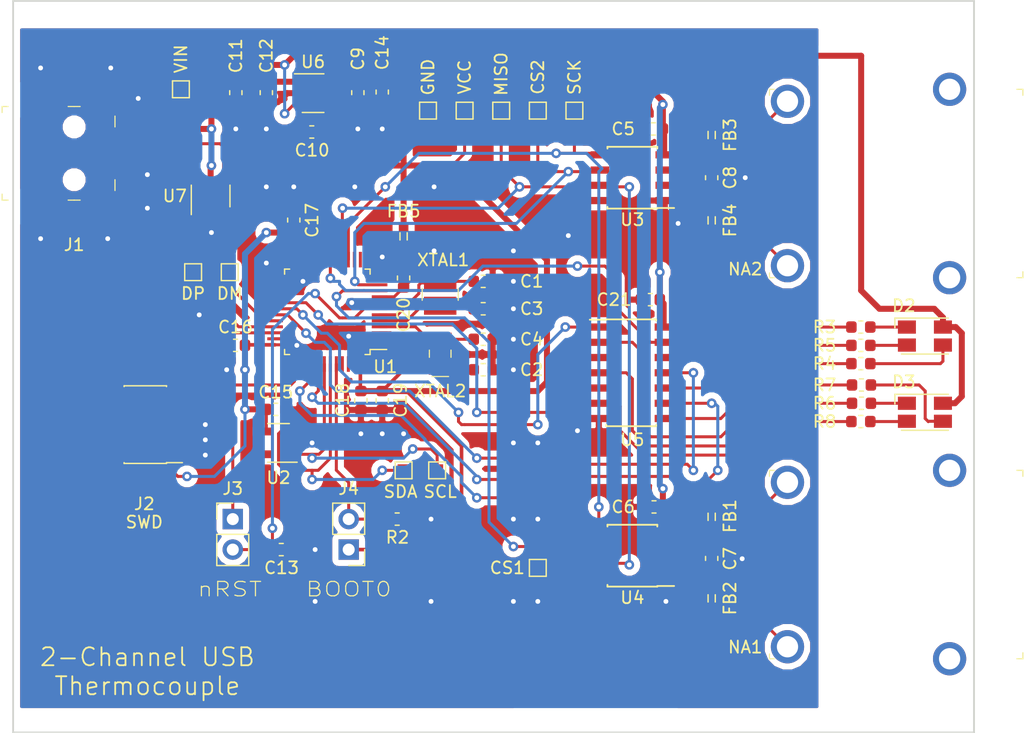
<source format=kicad_pcb>
(kicad_pcb (version 20171130) (host pcbnew 5.0.2+dfsg1-1)
  (layers (0 F.Cu signal) (31 B.Cu signal) (34 B.Paste user) (35 F.Paste user) (36 B.SilkS user) (37 F.SilkS user) (38 B.Mask user) (39 F.Mask user) (44 Edge.Cuts user))
  (net 0 "")
  (net 1 GNDD)
  (net 2 +5V)
  (net 3 /DP)
  (net 4 /DM)
  (net 5 "Net-(C3-Pad2)")
  (net 6 "Net-(C1-Pad2)")
  (net 7 "Net-(C4-Pad1)")
  (net 8 "Net-(C2-Pad1)")
  (net 9 "Net-(FB4-Pad2)")
  (net 10 "Net-(FB3-Pad2)")
  (net 11 "Net-(FB2-Pad2)")
  (net 12 "Net-(FB1-Pad2)")
  (net 13 +3V3)
  (net 14 "Net-(U2-Pad5)")
  (net 15 "Net-(C10-Pad1)")
  (net 16 "Net-(D2-Pad1)")
  (net 17 "Net-(D2-Pad3)")
  (net 18 "Net-(D2-Pad4)")
  (net 19 "Net-(D3-Pad1)")
  (net 20 "Net-(D3-Pad3)")
  (net 21 "Net-(D3-Pad4)")
  (net 22 "Net-(U1-Pad12)")
  (net 23 "Net-(U1-Pad13)")
  (net 24 "Net-(U1-Pad14)")
  (net 25 "Net-(U1-Pad17)")
  (net 26 "Net-(U1-Pad20)")
  (net 27 "Net-(U1-Pad21)")
  (net 28 "Net-(U1-Pad22)")
  (net 29 "Net-(U1-Pad25)")
  (net 30 "Net-(U1-Pad26)")
  (net 31 "Net-(U1-Pad27)")
  (net 32 "Net-(U1-Pad28)")
  (net 33 /SWDIO)
  (net 34 /SWDCLK)
  (net 35 "Net-(U1-Pad38)")
  (net 36 "Net-(U1-Pad39)")
  (net 37 "Net-(U1-Pad45)")
  (net 38 "Net-(U1-Pad46)")
  (net 39 "Net-(J2-Pad7)")
  (net 40 "Net-(J2-Pad9)")
  (net 41 "Net-(C7-Pad1)")
  (net 42 "Net-(C7-Pad2)")
  (net 43 "Net-(C8-Pad2)")
  (net 44 "Net-(C8-Pad1)")
  (net 45 VDDA)
  (net 46 /BOOT0)
  (net 47 /SCK)
  (net 48 /~CS1)
  (net 49 /MISO)
  (net 50 /~CS2)
  (net 51 /~RESET)
  (net 52 /nRESET)
  (net 53 /SWO)
  (net 54 /TDI)
  (net 55 /SCL)
  (net 56 /SDA)
  (net 57 "Net-(R6-Pad1)")
  (net 58 "Net-(R7-Pad1)")
  (net 59 "Net-(R4-Pad1)")
  (net 60 "Net-(R3-Pad1)")
  (net 61 "Net-(R5-Pad1)")
  (net 62 "Net-(R8-Pad1)")
  (net 63 /RED2)
  (net 64 /GREEN2)
  (net 65 /BLUE2)
  (net 66 /RED1)
  (net 67 /GREEN1)
  (net 68 /BLUE1)
  (net 69 "Net-(U1-Pad19)")
  (net 70 "Net-(TP11-Pad1)")
  (net 71 "Net-(TP10-Pad1)")
  (net 72 "Net-(J1-Pad4)")
  (net 73 "Net-(U1-Pad2)")
  (module TestPoint:TestPoint_Pad_1.0x1.0mm (layer F.Cu) (at 120.142 102.616)
    (fp_text reference TP2 hide)
    (fp_text value SDA (at -0.254 1.778) (layer F.SilkS))
    (pad 1 smd rect (at 0 0) (size 1 1) (layers F.Cu F.Mask) (net 56 /SDA))
  )
  (module TestPoint:TestPoint_Pad_1.0x1.0mm (layer F.Cu) (at 122.936 102.616)
    (fp_text reference TP1 hide)
    (fp_text value SCL (at 0.254 1.778) (layer F.SilkS))
    (pad 1 smd rect (at 0 0) (size 1 1) (layers F.Cu F.Mask) (net 55 /SCL))
  )
  (module TestPoint:TestPoint_Pad_1.0x1.0mm (layer F.Cu) (at 125.222 72.644)
    (fp_text reference TP3 hide)
    (fp_text value VCC (at 0 -2.794 90) (layer F.SilkS))
    (pad 1 smd rect (at 0 0) (size 1 1) (layers F.Cu F.Mask) (net 13 +3V3))
  )
  (module TestPoint:TestPoint_Pad_1.0x1.0mm (layer F.Cu) (at 122.174 72.644)
    (fp_text reference TP4 hide)
    (fp_text value GND (at 0 -2.794 90) (layer F.SilkS))
    (pad 1 smd rect (at 0 0) (size 1 1) (layers F.Cu F.Mask) (net 1 GNDD))
  )
  (module TestPoint:TestPoint_Pad_1.0x1.0mm (layer F.Cu) (at 131.318 110.744)
    (fp_text reference TP5 hide)
    (fp_text value CS1 (at -2.54 0) (layer F.SilkS))
    (pad 1 smd rect (at 0 0) (size 1 1) (layers F.Cu F.Mask) (net 48 /~CS1))
  )
  (module TestPoint:TestPoint_Pad_1.0x1.0mm (layer F.Cu) (at 128.27 72.644)
    (fp_text reference TP7 hide)
    (fp_text value MISO (at 0 -3.048 90) (layer F.SilkS))
    (pad 1 smd rect (at 0 0) (size 1 1) (layers F.Cu F.Mask) (net 49 /MISO))
  )
  (module TestPoint:TestPoint_Pad_1.0x1.0mm (layer F.Cu) (at 131.318 72.644)
    (fp_text reference TP9 hide)
    (fp_text value CS2 (at 0 -2.794 90) (layer F.SilkS))
    (pad 1 smd rect (at 0 0) (size 1 1) (layers F.Cu F.Mask) (net 50 /~CS2))
  )
  (module TestPoint:TestPoint_Pad_1.0x1.0mm (layer F.Cu) (at 134.366 72.644)
    (fp_text reference TP6 hide)
    (fp_text value SCK (at 0 -2.794 90) (layer F.SilkS))
    (pad 1 smd rect (at 0 0) (size 1 1) (layers F.Cu F.Mask) (net 47 /SCK))
  )
  (module TestPoint:TestPoint_Pad_1.0x1.0mm (layer F.Cu) (at 105.664 86.106)
    (fp_text reference TP10 hide)
    (fp_text value DM (at 0 1.778) (layer F.SilkS))
    (pad 1 smd rect (at 0 0) (size 1 1) (layers F.Cu F.Mask) (net 71 "Net-(TP10-Pad1)"))
  )
  (module TestPoint:TestPoint_Pad_1.0x1.0mm (layer F.Cu) (at 102.616 86.106)
    (fp_text reference TP11 hide)
    (fp_text value DP (at 0 1.778) (layer F.SilkS))
    (pad 1 smd rect (at 0 0) (size 1 1) (layers F.Cu F.Mask) (net 70 "Net-(TP11-Pad1)"))
  )
  (module TestPoint:TestPoint_Pad_1.0x1.0mm (layer F.Cu) (at 101.6 70.866)
    (fp_text reference TP8 hide)
    (fp_text value VIN (at 0 -2.54 90) (layer F.SilkS))
    (pad 1 smd rect (at 0 0) (size 1 1) (layers F.Cu F.Mask) (net 2 +5V))
  )
  (module Capacitor_SMD:C_0603_1608Metric (layer F.Cu) (at 140.6905 88.392 180)
    (fp_text reference C21 (at 3.0225 0 180) (layer F.SilkS))
    (fp_text value 100n hide)
    (pad 1 smd roundrect (at -0.7875 0 180) (size 0.875 0.95) (layers F.Cu F.Paste F.Mask) (net 13 +3V3))
    (pad 2 smd roundrect (at 0.7875 0 180) (size 0.875 0.95) (layers F.Cu F.Paste F.Mask) (net 1 GNDD))
  )
  (module Package_SO:SOIC-14_3.9x8.7mm_P1.27mm (layer F.Cu) (at 139.098 94.488)
    (fp_text reference U5 (at 0.094 5.588) (layer F.SilkS))
    (fp_text value SN74LVC06ADR hide)
    (pad 1 smd rect (at -2.7 -3.81) (size 1.5 0.6) (layers F.Cu F.Paste F.Mask) (net 67 /GREEN1))
    (pad 2 smd rect (at -2.7 -2.54) (size 1.5 0.6) (layers F.Cu F.Paste F.Mask) (net 58 "Net-(R7-Pad1)"))
    (pad 3 smd rect (at -2.7 -1.27) (size 1.5 0.6) (layers F.Cu F.Paste F.Mask) (net 66 /RED1))
    (pad 4 smd rect (at -2.7 0) (size 1.5 0.6) (layers F.Cu F.Paste F.Mask) (net 57 "Net-(R6-Pad1)"))
    (pad 5 smd rect (at -2.7 1.27) (size 1.5 0.6) (layers F.Cu F.Paste F.Mask) (net 68 /BLUE1))
    (pad 6 smd rect (at -2.7 2.54) (size 1.5 0.6) (layers F.Cu F.Paste F.Mask) (net 62 "Net-(R8-Pad1)"))
    (pad 7 smd rect (at -2.7 3.81) (size 1.5 0.6) (layers F.Cu F.Paste F.Mask) (net 1 GNDD))
    (pad 8 smd rect (at 2.7 3.81) (size 1.5 0.6) (layers F.Cu F.Paste F.Mask) (net 59 "Net-(R4-Pad1)"))
    (pad 9 smd rect (at 2.7 2.54) (size 1.5 0.6) (layers F.Cu F.Paste F.Mask) (net 64 /GREEN2))
    (pad 10 smd rect (at 2.7 1.27) (size 1.5 0.6) (layers F.Cu F.Paste F.Mask) (net 61 "Net-(R5-Pad1)"))
    (pad 11 smd rect (at 2.7 0) (size 1.5 0.6) (layers F.Cu F.Paste F.Mask) (net 65 /BLUE2))
    (pad 12 smd rect (at 2.7 -1.27) (size 1.5 0.6) (layers F.Cu F.Paste F.Mask) (net 60 "Net-(R3-Pad1)"))
    (pad 13 smd rect (at 2.7 -2.54) (size 1.5 0.6) (layers F.Cu F.Paste F.Mask) (net 63 /RED2))
    (pad 14 smd rect (at 2.7 -3.81) (size 1.5 0.6) (layers F.Cu F.Paste F.Mask) (net 13 +3V3))
  )
  (module Resistor_SMD:R_0603_1608Metric (layer F.Cu) (at 158.2165 98.552)
    (fp_text reference R8 (at -3.0225 0) (layer F.SilkS))
    (fp_text value 2k2 hide)
    (pad 2 smd roundrect (at 0.7875 0) (size 0.875 0.95) (layers F.Cu F.Paste F.Mask) (net 21 "Net-(D3-Pad4)"))
    (pad 1 smd roundrect (at -0.7875 0) (size 0.875 0.95) (layers F.Cu F.Paste F.Mask) (net 62 "Net-(R8-Pad1)"))
  )
  (module Resistor_SMD:R_0603_1608Metric (layer F.Cu) (at 158.2165 92.202)
    (fp_text reference R5 (at -3.0225 0) (layer F.SilkS))
    (fp_text value 2k2 hide)
    (pad 1 smd roundrect (at -0.7875 0) (size 0.875 0.95) (layers F.Cu F.Paste F.Mask) (net 61 "Net-(R5-Pad1)"))
    (pad 2 smd roundrect (at 0.7875 0) (size 0.875 0.95) (layers F.Cu F.Paste F.Mask) (net 18 "Net-(D2-Pad4)"))
  )
  (module LED_SMD:LED_Avago_PLCC4_3.2x2.8mm_CW (layer F.Cu) (at 163.552 91.428)
    (fp_text reference D2 (at -1.754 -2.528) (layer F.SilkS))
    (fp_text value LED_RAGB hide)
    (pad 4 smd rect (at -1.5 0.75) (size 1.5 1.1) (layers F.Cu F.Paste F.Mask) (net 18 "Net-(D2-Pad4)"))
    (pad 3 smd rect (at 1.5 0.75) (size 1.5 1.1) (layers F.Cu F.Paste F.Mask) (net 17 "Net-(D2-Pad3)"))
    (pad 2 smd rect (at 1.5 -0.75) (size 1.5 1.1) (layers F.Cu F.Paste F.Mask) (net 2 +5V))
    (pad 1 smd rect (at -1.5 -0.75) (size 1.5 1.1) (layers F.Cu F.Paste F.Mask) (net 16 "Net-(D2-Pad1)"))
  )
  (module LED_SMD:LED_Avago_PLCC4_3.2x2.8mm_CW (layer F.Cu) (at 163.552 97.778)
    (fp_text reference D3 (at -1.754 -2.528) (layer F.SilkS))
    (fp_text value LED_RAGB hide)
    (pad 1 smd rect (at -1.5 -0.75) (size 1.5 1.1) (layers F.Cu F.Paste F.Mask) (net 19 "Net-(D3-Pad1)"))
    (pad 2 smd rect (at 1.5 -0.75) (size 1.5 1.1) (layers F.Cu F.Paste F.Mask) (net 2 +5V))
    (pad 3 smd rect (at 1.5 0.75) (size 1.5 1.1) (layers F.Cu F.Paste F.Mask) (net 20 "Net-(D3-Pad3)"))
    (pad 4 smd rect (at -1.5 0.75) (size 1.5 1.1) (layers F.Cu F.Paste F.Mask) (net 21 "Net-(D3-Pad4)"))
  )
  (module Resistor_SMD:R_0603_1608Metric (layer F.Cu) (at 158.2165 93.726)
    (fp_text reference R4 (at -3.0225 0) (layer F.SilkS))
    (fp_text value 2k2 hide)
    (pad 1 smd roundrect (at -0.7875 0) (size 0.875 0.95) (layers F.Cu F.Paste F.Mask) (net 59 "Net-(R4-Pad1)"))
    (pad 2 smd roundrect (at 0.7875 0) (size 0.875 0.95) (layers F.Cu F.Paste F.Mask) (net 17 "Net-(D2-Pad3)"))
  )
  (module Resistor_SMD:R_0603_1608Metric (layer F.Cu) (at 158.2675 95.504)
    (fp_text reference R7 (at -3.0735 0) (layer F.SilkS))
    (fp_text value 2k2 hide)
    (pad 2 smd roundrect (at 0.7875 0) (size 0.875 0.95) (layers F.Cu F.Paste F.Mask) (net 20 "Net-(D3-Pad3)"))
    (pad 1 smd roundrect (at -0.7875 0) (size 0.875 0.95) (layers F.Cu F.Paste F.Mask) (net 58 "Net-(R7-Pad1)"))
  )
  (module Resistor_SMD:R_0603_1608Metric (layer F.Cu) (at 158.2165 90.678)
    (fp_text reference R3 (at -3.0225 0) (layer F.SilkS))
    (fp_text value 1k hide)
    (pad 2 smd roundrect (at 0.7875 0) (size 0.875 0.95) (layers F.Cu F.Paste F.Mask) (net 16 "Net-(D2-Pad1)"))
    (pad 1 smd roundrect (at -0.7875 0) (size 0.875 0.95) (layers F.Cu F.Paste F.Mask) (net 60 "Net-(R3-Pad1)"))
  )
  (module Resistor_SMD:R_0603_1608Metric (layer F.Cu) (at 158.2675 97.028)
    (fp_text reference R6 (at -3.0735 0) (layer F.SilkS))
    (fp_text value 1k hide)
    (pad 1 smd roundrect (at -0.7875 0) (size 0.875 0.95) (layers F.Cu F.Paste F.Mask) (net 57 "Net-(R6-Pad1)"))
    (pad 2 smd roundrect (at 0.7875 0) (size 0.875 0.95) (layers F.Cu F.Paste F.Mask) (net 19 "Net-(D3-Pad1)"))
  )
  (module Capacitor_SMD:C_0603_1608Metric (layer F.Cu) (at 120.142 86.5885 90)
    (fp_text reference C20 (at -3.0735 0 270) (layer F.SilkS))
    (fp_text value 100n hide)
    (pad 1 smd roundrect (at -0.7875 0 90) (size 0.875 0.95) (layers F.Cu F.Paste F.Mask) (net 45 VDDA))
    (pad 2 smd roundrect (at 0.7875 0 90) (size 0.875 0.95) (layers F.Cu F.Paste F.Mask) (net 1 GNDD))
  )
  (module Capacitor_SMD:C_0603_1608Metric (layer F.Cu) (at 118.364 96.7995 270)
    (fp_text reference C19 (at -0.0255 -1.524 90) (layer F.SilkS))
    (fp_text value 100n hide)
    (pad 2 smd roundrect (at 0.7875 0 270) (size 0.875 0.95) (layers F.Cu F.Paste F.Mask) (net 1 GNDD))
    (pad 1 smd roundrect (at -0.7875 0 270) (size 0.875 0.95) (layers F.Cu F.Paste F.Mask) (net 13 +3V3))
  )
  (module Capacitor_SMD:C_0603_1608Metric (layer F.Cu) (at 116.586 96.7995 270)
    (fp_text reference C18 (at -0.0255 1.524 90) (layer F.SilkS))
    (fp_text value 100n hide)
    (pad 1 smd roundrect (at -0.7875 0 270) (size 0.875 0.95) (layers F.Cu F.Paste F.Mask) (net 13 +3V3))
    (pad 2 smd roundrect (at 0.7875 0 270) (size 0.875 0.95) (layers F.Cu F.Paste F.Mask) (net 1 GNDD))
  )
  (module Capacitor_SMD:C_0603_1608Metric (layer F.Cu) (at 110.998 81.7625 90)
    (fp_text reference C17 (at -0.0255 1.524 270) (layer F.SilkS))
    (fp_text value 100n hide)
    (pad 2 smd roundrect (at 0.7875 0 90) (size 0.875 0.95) (layers F.Cu F.Paste F.Mask) (net 1 GNDD))
    (pad 1 smd roundrect (at -0.7875 0 90) (size 0.875 0.95) (layers F.Cu F.Paste F.Mask) (net 13 +3V3))
  )
  (module Capacitor_SMD:C_0603_1608Metric (layer F.Cu) (at 106.1465 92.202 180)
    (fp_text reference C16 (at 0 1.524 180) (layer F.SilkS))
    (fp_text value 100n hide)
    (pad 1 smd roundrect (at -0.7875 0 180) (size 0.875 0.95) (layers F.Cu F.Paste F.Mask) (net 13 +3V3))
    (pad 2 smd roundrect (at 0.7875 0 180) (size 0.875 0.95) (layers F.Cu F.Paste F.Mask) (net 1 GNDD))
  )
  (module Capacitor_SMD:C_0603_1608Metric (layer F.Cu) (at 109.4995 97.536)
    (fp_text reference C15 (at 0 -1.43) (layer F.SilkS))
    (fp_text value 100n hide)
    (pad 2 smd roundrect (at 0.7875 0) (size 0.875 0.95) (layers F.Cu F.Paste F.Mask) (net 1 GNDD))
    (pad 1 smd roundrect (at -0.7875 0) (size 0.875 0.95) (layers F.Cu F.Paste F.Mask) (net 13 +3V3))
  )
  (module Capacitor_SMD:C_0603_1608Metric (layer F.Cu) (at 118.364 71.0945 270)
    (fp_text reference C14 (at -3.2765 0 270) (layer F.SilkS))
    (fp_text value 100n hide)
    (pad 1 smd roundrect (at -0.7875 0 270) (size 0.875 0.95) (layers F.Cu F.Paste F.Mask) (net 13 +3V3))
    (pad 2 smd roundrect (at 0.7875 0 270) (size 0.875 0.95) (layers F.Cu F.Paste F.Mask) (net 1 GNDD))
  )
  (module Capacitor_SMD:C_0603_1608Metric (layer F.Cu) (at 109.9565 109.22)
    (fp_text reference C13 (at 0.0255 1.524) (layer F.SilkS))
    (fp_text value 100n hide)
    (pad 1 smd roundrect (at -0.7875 0) (size 0.875 0.95) (layers F.Cu F.Paste F.Mask) (net 51 /~RESET))
    (pad 2 smd roundrect (at 0.7875 0) (size 0.875 0.95) (layers F.Cu F.Paste F.Mask) (net 1 GNDD))
  )
  (module Connector_PinHeader_2.54mm:PinHeader_1x02_P2.54mm_Vertical (layer F.Cu) (at 105.918 106.68)
    (fp_text reference J3 (at 0 -2.54) (layer F.SilkS))
    (fp_text value RESET hide)
    (pad 2 thru_hole oval (at 0 2.54) (size 1.7 1.7) (drill 1) (layers *.Cu *.Mask) (net 51 /~RESET))
    (pad 1 thru_hole rect (at 0 0) (size 1.7 1.7) (drill 1) (layers *.Cu *.Mask) (net 52 /nRESET))
  )
  (module Connector_PinHeader_2.54mm:PinHeader_1x02_P2.54mm_Vertical (layer F.Cu) (at 115.57 109.22 180)
    (fp_text reference J4 (at 0 5.08 180) (layer F.SilkS))
    (fp_text value BOOT0 hide)
    (pad 1 thru_hole rect (at 0 0 180) (size 1.7 1.7) (drill 1) (layers *.Cu *.Mask) (net 13 +3V3))
    (pad 2 thru_hole oval (at 0 2.54 180) (size 1.7 1.7) (drill 1) (layers *.Cu *.Mask) (net 46 /BOOT0))
  )
  (module Resistor_SMD:R_0603_1608Metric (layer F.Cu) (at 119.6085 106.68 180)
    (fp_text reference R2 (at -0.0255 -1.524 180) (layer F.SilkS))
    (fp_text value 10k hide)
    (pad 1 smd roundrect (at -0.7875 0 180) (size 0.875 0.95) (layers F.Cu F.Paste F.Mask) (net 1 GNDD))
    (pad 2 smd roundrect (at 0.7875 0 180) (size 0.875 0.95) (layers F.Cu F.Paste F.Mask) (net 46 /BOOT0))
  )
  (module digikey-footprints:0603 (layer F.Cu) (at 120.142 83.12 90)
    (fp_text reference FB5 (at 2.094 0 180) (layer F.SilkS))
    (fp_text value BLM18PG471SN1D hide)
    (pad 2 smd rect (at 0.7 0 90) (size 0.6 0.8) (layers F.Cu F.Paste F.Mask) (net 13 +3V3))
    (pad 1 smd rect (at -0.7 0 90) (size 0.6 0.8) (layers F.Cu F.Paste F.Mask) (net 45 VDDA))
  )
  (module Capacitor_SMD:C_0603_1608Metric (layer F.Cu) (at 126.7715 94.234)
    (fp_text reference C2 (at 4.0385 0) (layer F.SilkS))
    (fp_text value 4p7 hide)
    (pad 2 smd roundrect (at 0.7875 0) (size 0.875 0.95) (layers F.Cu F.Paste F.Mask) (net 1 GNDD))
    (pad 1 smd roundrect (at -0.7875 0) (size 0.875 0.95) (layers F.Cu F.Paste F.Mask) (net 8 "Net-(C2-Pad1)"))
  )
  (module Capacitor_SMD:C_0603_1608Metric (layer F.Cu) (at 140.9955 105.664 180)
    (fp_text reference C6 (at 2.5655 0 180) (layer F.SilkS))
    (fp_text value 100n hide)
    (pad 1 smd roundrect (at -0.7875 0 180) (size 0.875 0.95) (layers F.Cu F.Paste F.Mask) (net 13 +3V3))
    (pad 2 smd roundrect (at 0.7875 0 180) (size 0.875 0.95) (layers F.Cu F.Paste F.Mask) (net 1 GNDD))
  )
  (module Capacitor_SMD:C_0603_1608Metric (layer F.Cu) (at 126.7715 86.868 180)
    (fp_text reference C1 (at -4.0385 0 180) (layer F.SilkS))
    (fp_text value 18p hide)
    (pad 2 smd roundrect (at 0.7875 0 180) (size 0.875 0.95) (layers F.Cu F.Paste F.Mask) (net 6 "Net-(C1-Pad2)"))
    (pad 1 smd roundrect (at -0.7875 0 180) (size 0.875 0.95) (layers F.Cu F.Paste F.Mask) (net 1 GNDD))
  )
  (module Capacitor_SMD:C_0603_1608Metric (layer F.Cu) (at 126.7715 89.154 180)
    (fp_text reference C3 (at -4.0385 0 180) (layer F.SilkS))
    (fp_text value 18p hide)
    (pad 1 smd roundrect (at -0.7875 0 180) (size 0.875 0.95) (layers F.Cu F.Paste F.Mask) (net 1 GNDD))
    (pad 2 smd roundrect (at 0.7875 0 180) (size 0.875 0.95) (layers F.Cu F.Paste F.Mask) (net 5 "Net-(C3-Pad2)"))
  )
  (module Capacitor_SMD:C_0603_1608Metric (layer F.Cu) (at 126.7715 91.694)
    (fp_text reference C4 (at 4.0385 0) (layer F.SilkS))
    (fp_text value 4p7 hide)
    (pad 2 smd roundrect (at 0.7875 0) (size 0.875 0.95) (layers F.Cu F.Paste F.Mask) (net 1 GNDD))
    (pad 1 smd roundrect (at -0.7875 0) (size 0.875 0.95) (layers F.Cu F.Paste F.Mask) (net 7 "Net-(C4-Pad1)"))
  )
  (module Capacitor_SMD:C_0603_1608Metric (layer F.Cu) (at 140.9445 74.168 180)
    (fp_text reference C5 (at 2.5145 0 180) (layer F.SilkS))
    (fp_text value 100n hide)
    (pad 1 smd roundrect (at -0.7875 0 180) (size 0.875 0.95) (layers F.Cu F.Paste F.Mask) (net 13 +3V3))
    (pad 2 smd roundrect (at 0.7875 0 180) (size 0.875 0.95) (layers F.Cu F.Paste F.Mask) (net 1 GNDD))
  )
  (module Capacitor_SMD:C_0603_1608Metric (layer F.Cu) (at 108.712 71.1455 270)
    (fp_text reference C12 (at -3.0735 0 90) (layer F.SilkS))
    (fp_text value 100n hide)
    (pad 2 smd roundrect (at 0.7875 0 270) (size 0.875 0.95) (layers F.Cu F.Paste F.Mask) (net 1 GNDD))
    (pad 1 smd roundrect (at -0.7875 0 270) (size 0.875 0.95) (layers F.Cu F.Paste F.Mask) (net 2 +5V))
  )
  (module Capacitor_SMD:C_0603_1608Metric (layer F.Cu) (at 106.172 71.1455 270)
    (fp_text reference C11 (at -3.0735 0 90) (layer F.SilkS))
    (fp_text value 100n hide)
    (pad 1 smd roundrect (at -0.7875 0 270) (size 0.875 0.95) (layers F.Cu F.Paste F.Mask) (net 2 +5V))
    (pad 2 smd roundrect (at 0.7875 0 270) (size 0.875 0.95) (layers F.Cu F.Paste F.Mask) (net 1 GNDD))
  )
  (module Capacitor_SMD:C_0603_1608Metric (layer F.Cu) (at 112.4965 74.422 180)
    (fp_text reference C10 (at -0.0255 -1.524 180) (layer F.SilkS))
    (fp_text value 100n hide)
    (pad 2 smd roundrect (at 0.7875 0 180) (size 0.875 0.95) (layers F.Cu F.Paste F.Mask) (net 1 GNDD))
    (pad 1 smd roundrect (at -0.7875 0 180) (size 0.875 0.95) (layers F.Cu F.Paste F.Mask) (net 15 "Net-(C10-Pad1)"))
  )
  (module Capacitor_SMD:C_0603_1608Metric (layer F.Cu) (at 116.332 71.1455 270)
    (fp_text reference C9 (at -2.8195 0 90) (layer F.SilkS))
    (fp_text value 1u)
    (pad 1 smd roundrect (at -0.7875 0 270) (size 0.875 0.95) (layers F.Cu F.Paste F.Mask) (net 13 +3V3))
    (pad 2 smd roundrect (at 0.7875 0 270) (size 0.875 0.95) (layers F.Cu F.Paste F.Mask) (net 1 GNDD))
  )
  (module Capacitor_SMD:C_0603_1608Metric (layer F.Cu) (at 145.796 78.232 270)
    (fp_text reference C8 (at 0 -1.524 90) (layer F.SilkS))
    (fp_text value 10n hide)
    (pad 2 smd roundrect (at 0.7875 0 270) (size 0.875 0.95) (layers F.Cu F.Paste F.Mask) (net 43 "Net-(C8-Pad2)"))
    (pad 1 smd roundrect (at -0.7875 0 270) (size 0.875 0.95) (layers F.Cu F.Paste F.Mask) (net 44 "Net-(C8-Pad1)"))
  )
  (module Capacitor_SMD:C_0603_1608Metric (layer F.Cu) (at 145.796 109.9565 270)
    (fp_text reference C7 (at 0.0255 -1.524 90) (layer F.SilkS))
    (fp_text value 10n hide)
    (pad 1 smd roundrect (at -0.7875 0 270) (size 0.875 0.95) (layers F.Cu F.Paste F.Mask) (net 41 "Net-(C7-Pad1)"))
    (pad 2 smd roundrect (at 0.7875 0 270) (size 0.875 0.95) (layers F.Cu F.Paste F.Mask) (net 42 "Net-(C7-Pad2)"))
  )
  (module Connector_PinHeader_1.27mm:PinHeader_2x05_P1.27mm_Vertical_SMD (layer F.Cu) (at 98.634 98.806 180)
    (fp_text reference J2 (at 0.082 -6.604 180) (layer F.SilkS))
    (fp_text value SWD hide)
    (pad 1 smd rect (at -1.95 -2.54 180) (size 2.4 0.74) (layers F.Cu F.Paste F.Mask) (net 13 +3V3))
    (pad 2 smd rect (at 1.95 -2.54 180) (size 2.4 0.74) (layers F.Cu F.Paste F.Mask) (net 33 /SWDIO))
    (pad 3 smd rect (at -1.95 -1.27 180) (size 2.4 0.74) (layers F.Cu F.Paste F.Mask) (net 1 GNDD))
    (pad 4 smd rect (at 1.95 -1.27 180) (size 2.4 0.74) (layers F.Cu F.Paste F.Mask) (net 34 /SWDCLK))
    (pad 5 smd rect (at -1.95 0 180) (size 2.4 0.74) (layers F.Cu F.Paste F.Mask) (net 1 GNDD))
    (pad 6 smd rect (at 1.95 0 180) (size 2.4 0.74) (layers F.Cu F.Paste F.Mask) (net 53 /SWO))
    (pad 7 smd rect (at -1.95 1.27 180) (size 2.4 0.74) (layers F.Cu F.Paste F.Mask) (net 39 "Net-(J2-Pad7)"))
    (pad 8 smd rect (at 1.95 1.27 180) (size 2.4 0.74) (layers F.Cu F.Paste F.Mask) (net 54 /TDI))
    (pad 9 smd rect (at -1.95 2.54 180) (size 2.4 0.74) (layers F.Cu F.Paste F.Mask) (net 40 "Net-(J2-Pad9)"))
    (pad 10 smd rect (at 1.95 2.54 180) (size 2.4 0.74) (layers F.Cu F.Paste F.Mask) (net 52 /nRESET))
  )
  (module Package_QFP:LQFP-48_7x7mm_P0.5mm (layer F.Cu) (at 113.792 89.408 180)
    (fp_text reference U1 (at -4.826 -4.572 180) (layer F.SilkS))
    (fp_text value STM32F070CBT6 hide)
    (pad 1 smd rect (at -4.35 -2.75 180) (size 1.3 0.25) (layers F.Cu F.Paste F.Mask) (net 13 +3V3))
    (pad 2 smd rect (at -4.35 -2.25 180) (size 1.3 0.25) (layers F.Cu F.Paste F.Mask) (net 73 "Net-(U1-Pad2)"))
    (pad 3 smd rect (at -4.35 -1.75 180) (size 1.3 0.25) (layers F.Cu F.Paste F.Mask) (net 8 "Net-(C2-Pad1)"))
    (pad 4 smd rect (at -4.35 -1.25 180) (size 1.3 0.25) (layers F.Cu F.Paste F.Mask) (net 7 "Net-(C4-Pad1)"))
    (pad 5 smd rect (at -4.35 -0.75 180) (size 1.3 0.25) (layers F.Cu F.Paste F.Mask) (net 5 "Net-(C3-Pad2)"))
    (pad 6 smd rect (at -4.35 -0.25 180) (size 1.3 0.25) (layers F.Cu F.Paste F.Mask) (net 6 "Net-(C1-Pad2)"))
    (pad 7 smd rect (at -4.35 0.25 180) (size 1.3 0.25) (layers F.Cu F.Paste F.Mask) (net 51 /~RESET))
    (pad 8 smd rect (at -4.35 0.75 180) (size 1.3 0.25) (layers F.Cu F.Paste F.Mask) (net 1 GNDD))
    (pad 9 smd rect (at -4.35 1.25 180) (size 1.3 0.25) (layers F.Cu F.Paste F.Mask) (net 45 VDDA))
    (pad 10 smd rect (at -4.35 1.75 180) (size 1.3 0.25) (layers F.Cu F.Paste F.Mask) (net 48 /~CS1))
    (pad 11 smd rect (at -4.35 2.25 180) (size 1.3 0.25) (layers F.Cu F.Paste F.Mask) (net 50 /~CS2))
    (pad 12 smd rect (at -4.35 2.75 180) (size 1.3 0.25) (layers F.Cu F.Paste F.Mask) (net 22 "Net-(U1-Pad12)"))
    (pad 13 smd rect (at -2.75 4.35 270) (size 1.3 0.25) (layers F.Cu F.Paste F.Mask) (net 23 "Net-(U1-Pad13)"))
    (pad 14 smd rect (at -2.25 4.35 270) (size 1.3 0.25) (layers F.Cu F.Paste F.Mask) (net 24 "Net-(U1-Pad14)"))
    (pad 15 smd rect (at -1.75 4.35 270) (size 1.3 0.25) (layers F.Cu F.Paste F.Mask) (net 47 /SCK))
    (pad 16 smd rect (at -1.25 4.35 270) (size 1.3 0.25) (layers F.Cu F.Paste F.Mask) (net 49 /MISO))
    (pad 17 smd rect (at -0.75 4.35 270) (size 1.3 0.25) (layers F.Cu F.Paste F.Mask) (net 25 "Net-(U1-Pad17)"))
    (pad 18 smd rect (at -0.25 4.35 270) (size 1.3 0.25) (layers F.Cu F.Paste F.Mask) (net 63 /RED2))
    (pad 19 smd rect (at 0.25 4.35 270) (size 1.3 0.25) (layers F.Cu F.Paste F.Mask) (net 69 "Net-(U1-Pad19)"))
    (pad 20 smd rect (at 0.75 4.35 270) (size 1.3 0.25) (layers F.Cu F.Paste F.Mask) (net 26 "Net-(U1-Pad20)"))
    (pad 21 smd rect (at 1.25 4.35 270) (size 1.3 0.25) (layers F.Cu F.Paste F.Mask) (net 27 "Net-(U1-Pad21)"))
    (pad 22 smd rect (at 1.75 4.35 270) (size 1.3 0.25) (layers F.Cu F.Paste F.Mask) (net 28 "Net-(U1-Pad22)"))
    (pad 23 smd rect (at 2.25 4.35 270) (size 1.3 0.25) (layers F.Cu F.Paste F.Mask) (net 1 GNDD))
    (pad 24 smd rect (at 2.75 4.35 270) (size 1.3 0.25) (layers F.Cu F.Paste F.Mask) (net 13 +3V3))
    (pad 25 smd rect (at 4.35 2.75 180) (size 1.3 0.25) (layers F.Cu F.Paste F.Mask) (net 29 "Net-(U1-Pad25)"))
    (pad 26 smd rect (at 4.35 2.25 180) (size 1.3 0.25) (layers F.Cu F.Paste F.Mask) (net 30 "Net-(U1-Pad26)"))
    (pad 27 smd rect (at 4.35 1.75 180) (size 1.3 0.25) (layers F.Cu F.Paste F.Mask) (net 31 "Net-(U1-Pad27)"))
    (pad 28 smd rect (at 4.35 1.25 180) (size 1.3 0.25) (layers F.Cu F.Paste F.Mask) (net 32 "Net-(U1-Pad28)"))
    (pad 29 smd rect (at 4.35 0.75 180) (size 1.3 0.25) (layers F.Cu F.Paste F.Mask) (net 66 /RED1))
    (pad 30 smd rect (at 4.35 0.25 180) (size 1.3 0.25) (layers F.Cu F.Paste F.Mask) (net 67 /GREEN1))
    (pad 31 smd rect (at 4.35 -0.25 180) (size 1.3 0.25) (layers F.Cu F.Paste F.Mask) (net 68 /BLUE1))
    (pad 32 smd rect (at 4.35 -0.75 180) (size 1.3 0.25) (layers F.Cu F.Paste F.Mask) (net 71 "Net-(TP10-Pad1)"))
    (pad 33 smd rect (at 4.35 -1.25 180) (size 1.3 0.25) (layers F.Cu F.Paste F.Mask) (net 70 "Net-(TP11-Pad1)"))
    (pad 34 smd rect (at 4.35 -1.75 180) (size 1.3 0.25) (layers F.Cu F.Paste F.Mask) (net 33 /SWDIO))
    (pad 35 smd rect (at 4.35 -2.25 180) (size 1.3 0.25) (layers F.Cu F.Paste F.Mask) (net 1 GNDD))
    (pad 36 smd rect (at 4.35 -2.75 180) (size 1.3 0.25) (layers F.Cu F.Paste F.Mask) (net 13 +3V3))
    (pad 37 smd rect (at 2.75 -4.35 270) (size 1.3 0.25) (layers F.Cu F.Paste F.Mask) (net 34 /SWDCLK))
    (pad 38 smd rect (at 2.25 -4.35 270) (size 1.3 0.25) (layers F.Cu F.Paste F.Mask) (net 35 "Net-(U1-Pad38)"))
    (pad 39 smd rect (at 1.75 -4.35 270) (size 1.3 0.25) (layers F.Cu F.Paste F.Mask) (net 36 "Net-(U1-Pad39)"))
    (pad 40 smd rect (at 1.25 -4.35 270) (size 1.3 0.25) (layers F.Cu F.Paste F.Mask) (net 64 /GREEN2))
    (pad 41 smd rect (at 0.75 -4.35 270) (size 1.3 0.25) (layers F.Cu F.Paste F.Mask) (net 65 /BLUE2))
    (pad 42 smd rect (at 0.25 -4.35 270) (size 1.3 0.25) (layers F.Cu F.Paste F.Mask) (net 55 /SCL))
    (pad 43 smd rect (at -0.25 -4.35 270) (size 1.3 0.25) (layers F.Cu F.Paste F.Mask) (net 56 /SDA))
    (pad 44 smd rect (at -0.75 -4.35 270) (size 1.3 0.25) (layers F.Cu F.Paste F.Mask) (net 46 /BOOT0))
    (pad 45 smd rect (at -1.25 -4.35 270) (size 1.3 0.25) (layers F.Cu F.Paste F.Mask) (net 37 "Net-(U1-Pad45)"))
    (pad 46 smd rect (at -1.75 -4.35 270) (size 1.3 0.25) (layers F.Cu F.Paste F.Mask) (net 38 "Net-(U1-Pad46)"))
    (pad 47 smd rect (at -2.25 -4.35 270) (size 1.3 0.25) (layers F.Cu F.Paste F.Mask) (net 1 GNDD))
    (pad 48 smd rect (at -2.75 -4.35 270) (size 1.3 0.25) (layers F.Cu F.Paste F.Mask) (net 13 +3V3))
  )
  (module Package_SO:SOIC-8_3.9x4.9mm_P1.27mm (layer F.Cu) (at 139.192 78.232 180)
    (fp_text reference U3 (at 0 -3.5 180) (layer F.SilkS))
    (fp_text value MAX31855KASA hide)
    (pad 8 smd rect (at 2.7 -1.905 180) (size 1.55 0.6) (layers F.Cu F.Paste F.Mask))
    (pad 7 smd rect (at 2.7 -0.635 180) (size 1.55 0.6) (layers F.Cu F.Paste F.Mask) (net 49 /MISO))
    (pad 6 smd rect (at 2.7 0.635 180) (size 1.55 0.6) (layers F.Cu F.Paste F.Mask) (net 50 /~CS2))
    (pad 5 smd rect (at 2.7 1.905 180) (size 1.55 0.6) (layers F.Cu F.Paste F.Mask) (net 47 /SCK))
    (pad 4 smd rect (at -2.7 1.905 180) (size 1.55 0.6) (layers F.Cu F.Paste F.Mask) (net 13 +3V3))
    (pad 3 smd rect (at -2.7 0.635 180) (size 1.55 0.6) (layers F.Cu F.Paste F.Mask) (net 44 "Net-(C8-Pad1)"))
    (pad 2 smd rect (at -2.7 -0.635 180) (size 1.55 0.6) (layers F.Cu F.Paste F.Mask) (net 43 "Net-(C8-Pad2)"))
    (pad 1 smd rect (at -2.7 -1.905 180) (size 1.55 0.6) (layers F.Cu F.Paste F.Mask) (net 1 GNDD))
  )
  (module Package_SO:SOIC-8_3.9x4.9mm_P1.27mm (layer F.Cu) (at 139.192 109.728 180)
    (fp_text reference U4 (at 0 -3.5 180) (layer F.SilkS))
    (fp_text value MAX31855KASA hide)
    (pad 1 smd rect (at -2.7 -1.905 180) (size 1.55 0.6) (layers F.Cu F.Paste F.Mask) (net 1 GNDD))
    (pad 2 smd rect (at -2.7 -0.635 180) (size 1.55 0.6) (layers F.Cu F.Paste F.Mask) (net 42 "Net-(C7-Pad2)"))
    (pad 3 smd rect (at -2.7 0.635 180) (size 1.55 0.6) (layers F.Cu F.Paste F.Mask) (net 41 "Net-(C7-Pad1)"))
    (pad 4 smd rect (at -2.7 1.905 180) (size 1.55 0.6) (layers F.Cu F.Paste F.Mask) (net 13 +3V3))
    (pad 5 smd rect (at 2.7 1.905 180) (size 1.55 0.6) (layers F.Cu F.Paste F.Mask) (net 47 /SCK))
    (pad 6 smd rect (at 2.7 0.635 180) (size 1.55 0.6) (layers F.Cu F.Paste F.Mask) (net 48 /~CS1))
    (pad 7 smd rect (at 2.7 -0.635 180) (size 1.55 0.6) (layers F.Cu F.Paste F.Mask) (net 49 /MISO))
    (pad 8 smd rect (at 2.7 -1.905 180) (size 1.55 0.6) (layers F.Cu F.Paste F.Mask))
  )
  (module Package_TO_SOT_SMD:SOT-23-5 (layer F.Cu) (at 112.606 71.186)
    (fp_text reference U6 (at 0 -2.606) (layer F.SilkS))
    (fp_text value LD3985M33R_SOT23 hide)
    (pad 5 smd rect (at 1.1 -0.95) (size 1.06 0.65) (layers F.Cu F.Paste F.Mask) (net 13 +3V3))
    (pad 4 smd rect (at 1.1 0.95) (size 1.06 0.65) (layers F.Cu F.Paste F.Mask) (net 15 "Net-(C10-Pad1)"))
    (pad 3 smd rect (at -1.1 0.95) (size 1.06 0.65) (layers F.Cu F.Paste F.Mask) (net 2 +5V))
    (pad 2 smd rect (at -1.1 0) (size 1.06 0.65) (layers F.Cu F.Paste F.Mask) (net 1 GNDD))
    (pad 1 smd rect (at -1.1 -0.95) (size 1.06 0.65) (layers F.Cu F.Paste F.Mask) (net 2 +5V))
  )
  (module Package_TO_SOT_SMD:SOT-23-5 (layer F.Cu) (at 109.728 100.33 180)
    (fp_text reference U2 (at 0 -2.9 180) (layer F.SilkS))
    (fp_text value 24AA02-OT hide)
    (pad 1 smd rect (at -1.1 -0.95 180) (size 1.06 0.65) (layers F.Cu F.Paste F.Mask) (net 55 /SCL))
    (pad 2 smd rect (at -1.1 0 180) (size 1.06 0.65) (layers F.Cu F.Paste F.Mask) (net 1 GNDD))
    (pad 3 smd rect (at -1.1 0.95 180) (size 1.06 0.65) (layers F.Cu F.Paste F.Mask) (net 56 /SDA))
    (pad 4 smd rect (at 1.1 0.95 180) (size 1.06 0.65) (layers F.Cu F.Paste F.Mask) (net 13 +3V3))
    (pad 5 smd rect (at 1.1 -0.95 180) (size 1.06 0.65) (layers F.Cu F.Paste F.Mask) (net 14 "Net-(U2-Pad5)"))
  )
  (module Package_TO_SOT_SMD:SOT-23-6 (layer F.Cu) (at 104.074 79.756 90)
    (fp_text reference U7 (at 0 -2.982 180) (layer F.SilkS))
    (fp_text value USBLC6-2SC6 hide)
    (pad 1 smd rect (at -1.1 -0.95 90) (size 1.06 0.65) (layers F.Cu F.Paste F.Mask) (net 70 "Net-(TP11-Pad1)"))
    (pad 2 smd rect (at -1.1 0 90) (size 1.06 0.65) (layers F.Cu F.Paste F.Mask) (net 1 GNDD))
    (pad 3 smd rect (at -1.1 0.95 90) (size 1.06 0.65) (layers F.Cu F.Paste F.Mask) (net 71 "Net-(TP10-Pad1)"))
    (pad 4 smd rect (at 1.1 0.95 90) (size 1.06 0.65) (layers F.Cu F.Paste F.Mask) (net 4 /DM))
    (pad 6 smd rect (at 1.1 -0.95 90) (size 1.06 0.65) (layers F.Cu F.Paste F.Mask) (net 3 /DP))
    (pad 5 smd rect (at 1.1 0 90) (size 1.06 0.65) (layers F.Cu F.Paste F.Mask) (net 2 +5V))
  )
  (module digikey-footprints:0603 (layer F.Cu) (at 145.796 106.488 90)
    (fp_text reference FB1 (at 0.062 1.524 270) (layer F.SilkS))
    (fp_text value BLM18PG471SN1D hide)
    (pad 1 smd rect (at -0.7 0 90) (size 0.6 0.8) (layers F.Cu F.Paste F.Mask) (net 41 "Net-(C7-Pad1)"))
    (pad 2 smd rect (at 0.7 0 90) (size 0.6 0.8) (layers F.Cu F.Paste F.Mask) (net 12 "Net-(FB1-Pad2)"))
  )
  (module digikey-footprints:0603 (layer F.Cu) (at 145.796 113.284 270)
    (fp_text reference FB2 (at 0 -1.524 90) (layer F.SilkS))
    (fp_text value BLM18PG471SN1D hide)
    (pad 2 smd rect (at 0.7 0 270) (size 0.6 0.8) (layers F.Cu F.Paste F.Mask) (net 11 "Net-(FB2-Pad2)"))
    (pad 1 smd rect (at -0.7 0 270) (size 0.6 0.8) (layers F.Cu F.Paste F.Mask) (net 42 "Net-(C7-Pad2)"))
  )
  (module digikey-footprints:0603 (layer F.Cu) (at 145.796 74.676 90)
    (fp_text reference FB3 (at 0 1.524 270) (layer F.SilkS))
    (fp_text value BLM18PG471SN1D hide)
    (pad 1 smd rect (at -0.7 0 90) (size 0.6 0.8) (layers F.Cu F.Paste F.Mask) (net 44 "Net-(C8-Pad1)"))
    (pad 2 smd rect (at 0.7 0 90) (size 0.6 0.8) (layers F.Cu F.Paste F.Mask) (net 10 "Net-(FB3-Pad2)"))
  )
  (module digikey-footprints:0603 (layer F.Cu) (at 145.796 81.788 270)
    (fp_text reference FB4 (at 0 -1.524 90) (layer F.SilkS))
    (fp_text value BLM18PG471SN1D hide)
    (pad 2 smd rect (at 0.7 0 270) (size 0.6 0.8) (layers F.Cu F.Paste F.Mask) (net 9 "Net-(FB4-Pad2)"))
    (pad 1 smd rect (at -0.7 0 270) (size 0.6 0.8) (layers F.Cu F.Paste F.Mask) (net 43 "Net-(C8-Pad2)"))
  )
  (module digikey-footprints:SMD-2_3.2x1.5mm (layer F.Cu) (at 123.19 92.899 90)
    (fp_text reference XTAL2 (at -3.113 0 180) (layer F.SilkS))
    (fp_text value ECS-_327-12_5-34B-TR hide)
    (pad 2 smd rect (at 1.205 0 90) (size 1.1 1.9) (layers F.Cu F.Paste F.Mask) (net 7 "Net-(C4-Pad1)"))
    (pad 1 smd rect (at -1.205 0 90) (size 1.1 1.9) (layers F.Cu F.Paste F.Mask) (net 8 "Net-(C2-Pad1)"))
  )
  (module digikey-footprints:SMD-2_3.2x2.5mm (layer F.Cu) (at 123.19 87.95 270)
    (fp_text reference XTAL1 (at -2.86 -0.254) (layer F.SilkS))
    (fp_text value NX3225GD-8MHZ hide)
    (pad 2 smd rect (at 0.95 0 270) (size 1.5 2.7) (layers F.Cu F.Paste F.Mask) (net 5 "Net-(C3-Pad2)"))
    (pad 1 smd rect (at -0.95 0 270) (size 1.5 2.7) (layers F.Cu F.Paste F.Mask) (net 6 "Net-(C1-Pad2)"))
  )
  (module digikey-footprints:Thermocouple_Connector_PCC-SMP-K (layer F.Cu) (at 165.608 102.616 270)
    (fp_text reference NA1 (at 14.732 17.018) (layer F.SilkS))
    (fp_text value PRT-13612 hide)
    (pad - thru_hole circle (at 14.7 13.5 270) (size 2.77 2.77) (drill 1.77) (layers *.Cu *.Mask) (net 11 "Net-(FB2-Pad2)"))
    (pad + thru_hole circle (at 1 13.5 270) (size 2.77 2.77) (drill 1.77) (layers *.Cu *.Mask) (net 12 "Net-(FB1-Pad2)"))
    (pad "" thru_hole circle (at 15.7 0 270) (size 2.77 2.77) (drill 1.77) (layers *.Cu *.Mask))
    (pad "" thru_hole circle (at 0 0 270) (size 2.77 2.77) (drill 1.77) (layers *.Cu *.Mask))
  )
  (module digikey-footprints:Thermocouple_Connector_PCC-SMP-K (layer F.Cu) (at 165.608 70.866 270)
    (fp_text reference NA2 (at 14.986 17.018) (layer F.SilkS))
    (fp_text value PRT-13612 hide)
    (pad "" thru_hole circle (at 0 0 270) (size 2.77 2.77) (drill 1.77) (layers *.Cu *.Mask))
    (pad "" thru_hole circle (at 15.7 0 270) (size 2.77 2.77) (drill 1.77) (layers *.Cu *.Mask))
    (pad + thru_hole circle (at 1 13.5 270) (size 2.77 2.77) (drill 1.77) (layers *.Cu *.Mask) (net 10 "Net-(FB3-Pad2)"))
    (pad - thru_hole circle (at 14.7 13.5 270) (size 2.77 2.77) (drill 1.77) (layers *.Cu *.Mask) (net 9 "Net-(FB4-Pad2)"))
  )
  (module digikey-footprints:USB_Mini_B_Female_690-005-299-043 (layer F.Cu) (at 92.71 76.2)
    (fp_text reference J1 (at 0 7.62) (layer F.SilkS))
    (fp_text value 690-005-299-043 hide)
    (pad SH smd rect (at -2.75 4.45) (size 2.5 2) (layers F.Cu F.Paste F.Mask) (net 1 GNDD))
    (pad SH smd rect (at -2.75 -4.45) (size 2.5 2) (layers F.Cu F.Paste F.Mask) (net 1 GNDD))
    (pad SH smd rect (at 2.75 -4.45) (size 2.5 2) (layers F.Cu F.Paste F.Mask) (net 1 GNDD))
    (pad SH smd rect (at 2.75 4.45) (size 2.5 2) (layers F.Cu F.Paste F.Mask) (net 1 GNDD))
    (pad 1 smd rect (at 2.85 -1.6) (size 2.3 0.5) (layers F.Cu F.Paste F.Mask) (net 2 +5V))
    (pad 2 smd rect (at 2.85 -0.8) (size 2.3 0.5) (layers F.Cu F.Paste F.Mask) (net 4 /DM))
    (pad 3 smd rect (at 2.85 0) (size 2.3 0.5) (layers F.Cu F.Paste F.Mask) (net 3 /DP))
    (pad 4 smd rect (at 2.85 0.8) (size 2.3 0.5) (layers F.Cu F.Paste F.Mask) (net 72 "Net-(J1-Pad4)"))
    (pad 5 smd rect (at 2.85 1.6) (size 2.3 0.5) (layers F.Cu F.Paste F.Mask) (net 1 GNDD))
    (pad "" np_thru_hole circle (at 0 2.2) (size 0.9 0.9) (drill 0.9) (layers *.Cu *.Mask))
    (pad "" np_thru_hole circle (at 0 -2.2) (size 0.9 0.9) (drill 0.9) (layers *.Cu *.Mask))
  )
  (gr_text SWD (at 98.552 106.934) (layer F.SilkS) (effects (font (size 1 1))))
  (gr_text "26.06.2020\nRichard Klingler" (at 136.144 119.888) (layer F.Cu) (effects (font (size 1 1) (thickness 0.2))))
  (gr_text "2-Channel USB\nThermocouple" (at 98.806 119.38) (layer F.SilkS) (effects (font (size 1.5 1.5))))
  (gr_text BOOT0 (at 115.57 112.522) (layer F.SilkS) (effects (font (size 1.2 1.5) (thickness 0.1))))
  (gr_text nRST (at 105.664 112.522) (layer F.SilkS) (effects (font (size 1.2 1.5) (thickness 0.1))))
  (gr_line (start 87.63 124.46) (end 87.63 63.5) (layer Edge.Cuts) (width 0.15))
  (gr_line (start 167.64 124.46) (end 87.63 124.46) (layer Edge.Cuts) (width 0.15))
  (gr_line (start 167.64 63.5) (end 167.64 124.46) (layer Edge.Cuts) (width 0.15))
  (gr_line (start 87.63 63.5) (end 167.64 63.5) (layer Edge.Cuts) (width 0.15))
  (via (at 106.172 74.168) (size 0.8) (drill 0.4) (layers F.Cu B.Cu) (net 1))
  (via (at 108.712 74.168) (size 0.8) (drill 0.4) (layers F.Cu B.Cu) (net 1))
  (via (at 110.998 78.994) (size 0.8) (drill 0.4) (layers F.Cu B.Cu) (net 1))
  (via (at 105.41 94.234) (size 0.8) (drill 0.4) (layers F.Cu B.Cu) (net 1))
  (via (at 116.586 99.568) (size 0.8) (drill 0.4) (layers F.Cu B.Cu) (net 1))
  (via (at 118.364 99.568) (size 0.8) (drill 0.4) (layers F.Cu B.Cu) (net 1))
  (via (at 122.428 106.68) (size 0.8) (drill 0.4) (layers F.Cu B.Cu) (net 1))
  (via (at 112.776 109.22) (size 0.8) (drill 0.4) (layers F.Cu B.Cu) (net 1))
  (via (at 129.286 94.234) (size 0.8) (drill 0.4) (layers F.Cu B.Cu) (net 1))
  (via (at 129.286 91.694) (size 0.8) (drill 0.4) (layers F.Cu B.Cu) (net 1))
  (via (at 129.286 89.154) (size 0.8) (drill 0.4) (layers F.Cu B.Cu) (net 1))
  (via (at 118.364 84.836) (size 0.8) (drill 0.4) (layers F.Cu B.Cu) (net 1))
  (via (at 98.044 71.628) (size 0.8) (drill 0.4) (layers F.Cu B.Cu) (net 1))
  (via (at 98.806 80.772) (size 0.8) (drill 0.4) (layers F.Cu B.Cu) (net 1))
  (via (at 89.916 83.312) (size 0.8) (drill 0.4) (layers F.Cu B.Cu) (net 1))
  (via (at 95.504 83.312) (size 0.8) (drill 0.4) (layers F.Cu B.Cu) (net 1))
  (via (at 95.758 69.088) (size 0.8) (drill 0.4) (layers F.Cu B.Cu) (net 1))
  (via (at 89.916 69.088) (size 0.8) (drill 0.4) (layers F.Cu B.Cu) (net 1))
  (via (at 116.332 74.168) (size 0.8) (drill 0.4) (layers F.Cu B.Cu) (net 1))
  (via (at 103.632 98.806) (size 0.8) (drill 0.4) (layers F.Cu B.Cu) (net 1))
  (via (at 103.632 100.076) (size 0.8) (drill 0.4) (layers F.Cu B.Cu) (net 1))
  (via (at 103.632 101.346) (size 0.8) (drill 0.4) (layers F.Cu B.Cu) (net 1))
  (segment (start 105.359 94.183) (end 105.41 94.234) (width 0.25) (layer F.Cu) (net 1))
  (segment (start 105.359 92.202) (end 105.359 94.183) (width 0.25) (layer F.Cu) (net 1))
  (segment (start 110.998 80.975) (end 110.998 78.994) (width 0.25) (layer F.Cu) (net 1))
  (via (at 104.14 82.804) (size 0.8) (drill 0.4) (layers F.Cu B.Cu) (net 1))
  (segment (start 104.074 80.856) (end 104.074 82.738) (width 0.25) (layer F.Cu) (net 1))
  (segment (start 104.074 82.738) (end 104.14 82.804) (width 0.25) (layer F.Cu) (net 1))
  (segment (start 102.034 98.806) (end 103.632 98.806) (width 0.25) (layer F.Cu) (net 1))
  (segment (start 100.584 98.806) (end 102.034 98.806) (width 0.25) (layer F.Cu) (net 1))
  (segment (start 100.584 100.076) (end 103.632 100.076) (width 0.25) (layer F.Cu) (net 1))
  (segment (start 127.559 89.154) (end 129.286 89.154) (width 0.25) (layer F.Cu) (net 1))
  (segment (start 127.559 91.694) (end 129.286 91.694) (width 0.25) (layer F.Cu) (net 1))
  (segment (start 127.559 94.234) (end 129.286 94.234) (width 0.25) (layer F.Cu) (net 1))
  (via (at 129.286 86.868) (size 0.8) (drill 0.4) (layers F.Cu B.Cu) (net 1))
  (segment (start 127.559 86.868) (end 129.286 86.868) (width 0.25) (layer F.Cu) (net 1))
  (segment (start 109.677 71.933) (end 108.712 71.933) (width 0.5) (layer F.Cu) (net 1))
  (segment (start 111.506 71.186) (end 110.424 71.186) (width 0.5) (layer F.Cu) (net 1))
  (segment (start 110.424 71.186) (end 109.677 71.933) (width 0.5) (layer F.Cu) (net 1))
  (via (at 120.142 99.568) (size 0.8) (drill 0.4) (layers F.Cu B.Cu) (net 1))
  (via (at 148.59 78.232) (size 0.8) (drill 0.4) (layers F.Cu B.Cu) (net 1))
  (via (at 148.336 109.982) (size 0.8) (drill 0.4) (layers F.Cu B.Cu) (net 1))
  (via (at 129.286 84.328) (size 0.8) (drill 0.4) (layers F.Cu B.Cu) (net 1))
  (via (at 122.682 78.994) (size 0.8) (drill 0.4) (layers F.Cu B.Cu) (net 1))
  (via (at 122.682 84.328) (size 0.8) (drill 0.4) (layers F.Cu B.Cu) (net 1))
  (via (at 103.124 89.662) (size 0.8) (drill 0.4) (layers F.Cu B.Cu) (net 1))
  (via (at 108.712 78.994) (size 0.8) (drill 0.4) (layers F.Cu B.Cu) (net 1))
  (via (at 116.078 78.994) (size 0.8) (drill 0.4) (layers F.Cu B.Cu) (net 1))
  (via (at 112.522 100.33) (size 0.8) (drill 0.4) (layers F.Cu B.Cu) (net 1))
  (segment (start 110.828 100.33) (end 112.522 100.33) (width 0.25) (layer F.Cu) (net 1))
  (via (at 118.364 74.168) (size 0.8) (drill 0.4) (layers F.Cu B.Cu) (net 1))
  (segment (start 118.364 71.882) (end 118.364 74.168) (width 0.25) (layer F.Cu) (net 1))
  (segment (start 119.329 85.801) (end 118.364 84.836) (width 0.25) (layer F.Cu) (net 1))
  (segment (start 120.142 85.801) (end 119.329 85.801) (width 0.25) (layer F.Cu) (net 1))
  (segment (start 116.344 88.658) (end 118.142 88.658) (width 0.25) (layer F.Cu) (net 1))
  (via (at 115.824 88.646) (size 0.8) (drill 0.4) (layers F.Cu B.Cu) (net 1))
  (segment (start 115.824 88.646) (end 116.344 88.658) (width 0.25) (layer F.Cu) (net 1))
  (segment (start 120.396 106.68) (end 122.428 106.68) (width 0.25) (layer F.Cu) (net 1))
  (segment (start 116.042 91.912) (end 116.042 93.758) (width 0.25) (layer F.Cu) (net 1))
  (via (at 115.57 91.44) (size 0.8) (drill 0.4) (layers F.Cu B.Cu) (net 1))
  (segment (start 115.57 91.44) (end 116.042 91.912) (width 0.25) (layer F.Cu) (net 1))
  (via (at 111.252 92.202) (size 0.8) (drill 0.4) (layers F.Cu B.Cu) (net 1))
  (segment (start 109.442 91.658) (end 110.708 91.658) (width 0.25) (layer F.Cu) (net 1))
  (segment (start 110.708 91.658) (end 111.252 92.202) (width 0.25) (layer F.Cu) (net 1))
  (segment (start 111.542 86.65) (end 111.542 85.058) (width 0.25) (layer F.Cu) (net 1))
  (via (at 111.76 86.868) (size 0.8) (drill 0.4) (layers F.Cu B.Cu) (net 1))
  (segment (start 111.76 86.868) (end 111.542 86.65) (width 0.25) (layer F.Cu) (net 1))
  (segment (start 136.398 98.298) (end 135.948 98.298) (width 0.25) (layer F.Cu) (net 1))
  (via (at 134.62 99.314) (size 0.8) (drill 0.4) (layers F.Cu B.Cu) (net 1))
  (segment (start 135.948 98.298) (end 135.636 98.298) (width 0.25) (layer F.Cu) (net 1))
  (segment (start 135.636 98.298) (end 134.62 99.314) (width 0.25) (layer F.Cu) (net 1))
  (via (at 141.986 113.538) (size 0.8) (drill 0.4) (layers F.Cu B.Cu) (net 1))
  (segment (start 141.892 111.633) (end 141.892 113.444) (width 0.25) (layer F.Cu) (net 1))
  (segment (start 141.892 113.444) (end 141.986 113.538) (width 0.25) (layer F.Cu) (net 1))
  (via (at 143.002 82.042) (size 0.8) (drill 0.4) (layers F.Cu B.Cu) (net 1))
  (segment (start 141.892 80.137) (end 141.892 80.932) (width 0.25) (layer F.Cu) (net 1))
  (segment (start 141.892 80.932) (end 143.002 82.042) (width 0.25) (layer F.Cu) (net 1))
  (via (at 129.286 100.33) (size 0.8) (drill 0.4) (layers F.Cu B.Cu) (net 1))
  (via (at 131.318 100.33) (size 0.8) (drill 0.4) (layers F.Cu B.Cu) (net 1))
  (via (at 129.286 106.68) (size 0.8) (drill 0.4) (layers F.Cu B.Cu) (net 1))
  (via (at 131.318 106.68) (size 0.8) (drill 0.4) (layers F.Cu B.Cu) (net 1))
  (via (at 129.286 113.538) (size 0.8) (drill 0.4) (layers F.Cu B.Cu) (net 1))
  (via (at 131.318 113.538) (size 0.8) (drill 0.4) (layers F.Cu B.Cu) (net 1))
  (via (at 122.428 113.538) (size 0.8) (drill 0.4) (layers F.Cu B.Cu) (net 1))
  (via (at 112.776 113.538) (size 0.8) (drill 0.4) (layers F.Cu B.Cu) (net 1))
  (via (at 108.712 85.344) (size 0.8) (drill 0.4) (layers F.Cu B.Cu) (net 1))
  (via (at 133.858 83.058) (size 0.8) (drill 0.4) (layers F.Cu B.Cu) (net 1))
  (via (at 98.806 77.978) (size 0.8) (drill 0.4) (layers F.Cu B.Cu) (net 1))
  (segment (start 106.172 70.358) (end 108.712 70.358) (width 0.5) (layer F.Cu) (net 2))
  (segment (start 108.834 70.236) (end 108.712 70.358) (width 0.25) (layer F.Cu) (net 2))
  (segment (start 111.506 70.236) (end 108.834 70.236) (width 0.5) (layer F.Cu) (net 2))
  (segment (start 166.052 97.028) (end 166.624 96.456) (width 0.5) (layer F.Cu) (net 2))
  (segment (start 165.052 97.028) (end 166.052 97.028) (width 0.5) (layer F.Cu) (net 2))
  (segment (start 166.624 96.456) (end 166.624 91.186) (width 0.5) (layer F.Cu) (net 2))
  (segment (start 166.624 91.186) (end 166.116 90.678) (width 0.5) (layer F.Cu) (net 2))
  (segment (start 166.116 90.678) (end 165.052 90.678) (width 0.5) (layer F.Cu) (net 2))
  (via (at 110.236 72.898) (size 0.8) (drill 0.4) (layers F.Cu B.Cu) (net 2))
  (segment (start 111.506 72.136) (end 110.998 72.136) (width 0.25) (layer F.Cu) (net 2))
  (segment (start 110.998 72.136) (end 110.236 72.898) (width 0.25) (layer F.Cu) (net 2))
  (via (at 110.236 68.834) (size 0.8) (drill 0.4) (layers F.Cu B.Cu) (net 2))
  (segment (start 110.236 72.898) (end 110.236 68.834) (width 0.25) (layer B.Cu) (net 2))
  (segment (start 110.236 68.834) (end 109.22 68.834) (width 0.5) (layer F.Cu) (net 2))
  (segment (start 109.22 68.834) (end 108.712 69.342) (width 0.5) (layer F.Cu) (net 2))
  (segment (start 108.712 69.342) (end 108.712 70.358) (width 0.5) (layer F.Cu) (net 2))
  (segment (start 165.052 89.878) (end 164.328 89.154) (width 0.5) (layer F.Cu) (net 2))
  (segment (start 165.052 90.678) (end 165.052 89.878) (width 0.5) (layer F.Cu) (net 2))
  (segment (start 164.328 89.154) (end 159.766 89.154) (width 0.5) (layer F.Cu) (net 2))
  (segment (start 159.766 89.154) (end 158.242 87.63) (width 0.5) (layer F.Cu) (net 2))
  (segment (start 158.242 87.63) (end 158.242 68.072) (width 0.5) (layer F.Cu) (net 2))
  (segment (start 110.998 68.072) (end 110.236 68.834) (width 0.5) (layer F.Cu) (net 2))
  (segment (start 158.242 68.072) (end 110.998 68.072) (width 0.5) (layer F.Cu) (net 2))
  (segment (start 104.074 78.656) (end 104.074 77.282) (width 0.5) (layer F.Cu) (net 2))
  (via (at 104.14 77.216) (size 0.8) (drill 0.4) (layers F.Cu B.Cu) (net 2))
  (segment (start 104.074 77.282) (end 104.14 77.216) (width 0.25) (layer F.Cu) (net 2))
  (segment (start 104.14 70.866) (end 104.648 70.358) (width 0.5) (layer F.Cu) (net 2))
  (segment (start 104.14 74.168) (end 104.14 70.866) (width 0.5) (layer F.Cu) (net 2))
  (segment (start 104.648 70.358) (end 106.172 70.358) (width 0.5) (layer F.Cu) (net 2))
  (via (at 104.14 74.168) (size 0.8) (drill 0.4) (layers F.Cu B.Cu) (net 2))
  (segment (start 104.14 77.216) (end 104.14 74.168) (width 0.5) (layer B.Cu) (net 2))
  (segment (start 96.96 74.6) (end 97.392 74.168) (width 0.5) (layer F.Cu) (net 2))
  (segment (start 95.56 74.6) (end 96.96 74.6) (width 0.5) (layer F.Cu) (net 2))
  (segment (start 97.392 74.168) (end 98.552 74.168) (width 0.5) (layer F.Cu) (net 2))
  (segment (start 98.552 74.168) (end 104.14 74.168) (width 0.5) (layer F.Cu) (net 2))
  (segment (start 102.35 70.866) (end 104.14 70.866) (width 0.5) (layer F.Cu) (net 2))
  (segment (start 101.6 70.866) (end 102.35 70.866) (width 0.5) (layer F.Cu) (net 2))
  (segment (start 95.56 76.2) (end 101.6 76.2) (width 0.25) (layer F.Cu) (net 3))
  (segment (start 103.124 77.724) (end 103.124 78.656) (width 0.25) (layer F.Cu) (net 3))
  (segment (start 101.6 76.2) (end 103.124 77.724) (width 0.25) (layer F.Cu) (net 3))
  (segment (start 105.156 78.524) (end 105.024 78.656) (width 0.25) (layer F.Cu) (net 4))
  (segment (start 105.156 75.692) (end 105.156 78.524) (width 0.25) (layer F.Cu) (net 4))
  (segment (start 95.56 75.4) (end 104.864 75.4) (width 0.25) (layer F.Cu) (net 4))
  (segment (start 104.864 75.4) (end 105.156 75.692) (width 0.25) (layer F.Cu) (net 4))
  (segment (start 123.444 89.154) (end 123.19 88.9) (width 0.25) (layer F.Cu) (net 5))
  (segment (start 125.984 89.154) (end 123.444 89.154) (width 0.25) (layer F.Cu) (net 5))
  (segment (start 118.142 90.158) (end 120.408 90.158) (width 0.25) (layer F.Cu) (net 5))
  (segment (start 120.408 90.158) (end 121.412 89.154) (width 0.25) (layer F.Cu) (net 5))
  (segment (start 121.59 88.9) (end 123.19 88.9) (width 0.25) (layer F.Cu) (net 5))
  (segment (start 121.412 89.078) (end 121.59 88.9) (width 0.25) (layer F.Cu) (net 5))
  (segment (start 121.412 89.154) (end 121.412 89.078) (width 0.25) (layer F.Cu) (net 5))
  (segment (start 123.322 86.868) (end 123.19 87) (width 0.25) (layer F.Cu) (net 6))
  (segment (start 125.984 86.868) (end 123.322 86.868) (width 0.25) (layer F.Cu) (net 6))
  (segment (start 118.142 89.658) (end 119.638 89.658) (width 0.25) (layer F.Cu) (net 6))
  (segment (start 119.638 89.658) (end 121.412 87.884) (width 0.25) (layer F.Cu) (net 6))
  (segment (start 121.59 87) (end 123.19 87) (width 0.25) (layer F.Cu) (net 6))
  (segment (start 121.412 87.178) (end 121.59 87) (width 0.25) (layer F.Cu) (net 6))
  (segment (start 121.412 87.884) (end 121.412 87.178) (width 0.25) (layer F.Cu) (net 6))
  (segment (start 123.19 91.694) (end 125.984 91.694) (width 0.25) (layer F.Cu) (net 7))
  (segment (start 122.174 91.694) (end 123.19 91.694) (width 0.25) (layer F.Cu) (net 7))
  (segment (start 118.142 90.658) (end 121.138 90.658) (width 0.25) (layer F.Cu) (net 7))
  (segment (start 121.138 90.658) (end 122.174 91.694) (width 0.25) (layer F.Cu) (net 7))
  (segment (start 123.32 94.234) (end 123.19 94.104) (width 0.25) (layer F.Cu) (net 8))
  (segment (start 125.984 94.234) (end 123.32 94.234) (width 0.25) (layer F.Cu) (net 8))
  (segment (start 119.044 91.158) (end 119.042 91.158) (width 0.25) (layer F.Cu) (net 8))
  (segment (start 119.042 91.158) (end 118.142 91.158) (width 0.25) (layer F.Cu) (net 8))
  (segment (start 121.99 94.104) (end 119.044 91.158) (width 0.25) (layer F.Cu) (net 8))
  (segment (start 123.19 94.104) (end 121.99 94.104) (width 0.25) (layer F.Cu) (net 8))
  (segment (start 149.03 82.488) (end 152.108 85.566) (width 0.25) (layer F.Cu) (net 9))
  (segment (start 145.796 82.488) (end 149.03 82.488) (width 0.25) (layer F.Cu) (net 9))
  (segment (start 149.998 73.976) (end 152.108 71.866) (width 0.25) (layer F.Cu) (net 10))
  (segment (start 145.796 73.976) (end 149.998 73.976) (width 0.25) (layer F.Cu) (net 10))
  (segment (start 148.776 113.984) (end 152.108 117.316) (width 0.25) (layer F.Cu) (net 11))
  (segment (start 145.796 113.984) (end 148.776 113.984) (width 0.25) (layer F.Cu) (net 11))
  (segment (start 149.936 105.788) (end 152.108 103.616) (width 0.25) (layer F.Cu) (net 12))
  (segment (start 145.796 105.788) (end 149.936 105.788) (width 0.25) (layer F.Cu) (net 12))
  (segment (start 113.706 70.236) (end 116.21 70.236) (width 0.5) (layer F.Cu) (net 13))
  (segment (start 111.042 82.594) (end 110.998 82.55) (width 0.25) (layer F.Cu) (net 13))
  (segment (start 111.042 85.058) (end 111.042 82.594) (width 0.25) (layer F.Cu) (net 13))
  (segment (start 106.978 92.158) (end 106.934 92.202) (width 0.25) (layer F.Cu) (net 13))
  (segment (start 109.442 92.158) (end 106.978 92.158) (width 0.3) (layer F.Cu) (net 13))
  (segment (start 116.542 95.968) (end 116.586 96.012) (width 0.25) (layer F.Cu) (net 13))
  (segment (start 116.542 93.758) (end 116.542 95.968) (width 0.3) (layer F.Cu) (net 13))
  (segment (start 119.042 92.158) (end 119.888 93.004) (width 0.3) (layer F.Cu) (net 13))
  (segment (start 118.142 92.158) (end 119.042 92.158) (width 0.25) (layer F.Cu) (net 13))
  (segment (start 119.888 94.488) (end 118.364 96.012) (width 0.3) (layer F.Cu) (net 13))
  (segment (start 119.888 93.004) (end 119.888 94.488) (width 0.3) (layer F.Cu) (net 13))
  (segment (start 116.586 96.012) (end 118.364 96.012) (width 0.5) (layer F.Cu) (net 13))
  (segment (start 115.57 109.22) (end 123.698 109.22) (width 0.3) (layer F.Cu) (net 13))
  (segment (start 123.698 109.22) (end 124.968 107.95) (width 0.3) (layer F.Cu) (net 13))
  (segment (start 124.968 107.95) (end 124.968 100.584) (width 0.3) (layer F.Cu) (net 13))
  (segment (start 124.968 100.584) (end 120.396 96.012) (width 0.3) (layer F.Cu) (net 13))
  (segment (start 120.396 96.012) (end 118.364 96.012) (width 0.5) (layer F.Cu) (net 13))
  (segment (start 100.584 101.346) (end 100.584 102.362) (width 0.25) (layer F.Cu) (net 13))
  (via (at 102.108 103.124) (size 0.8) (drill 0.4) (layers F.Cu B.Cu) (net 13))
  (segment (start 100.584 102.362) (end 101.346 103.124) (width 0.25) (layer F.Cu) (net 13))
  (segment (start 101.346 103.124) (end 102.108 103.124) (width 0.25) (layer F.Cu) (net 13))
  (segment (start 102.108 103.124) (end 104.394 103.124) (width 0.25) (layer B.Cu) (net 13))
  (segment (start 104.394 103.124) (end 106.934 100.584) (width 0.25) (layer B.Cu) (net 13))
  (via (at 106.934 94.234) (size 0.8) (drill 0.4) (layers F.Cu B.Cu) (net 13))
  (segment (start 106.934 92.202) (end 106.934 94.234) (width 0.5) (layer F.Cu) (net 13))
  (segment (start 141.892 74.328) (end 141.732 74.168) (width 0.25) (layer F.Cu) (net 13))
  (segment (start 141.892 76.327) (end 141.892 74.328) (width 0.4) (layer F.Cu) (net 13))
  (segment (start 141.892 105.773) (end 141.783 105.664) (width 0.25) (layer F.Cu) (net 13))
  (segment (start 141.892 107.823) (end 141.892 105.773) (width 0.4) (layer F.Cu) (net 13))
  (segment (start 106.934 94.234) (end 106.934 84.582) (width 0.5) (layer B.Cu) (net 13))
  (via (at 108.712 82.804) (size 0.8) (drill 0.4) (layers F.Cu B.Cu) (net 13))
  (segment (start 106.934 84.582) (end 108.712 82.804) (width 0.5) (layer B.Cu) (net 13))
  (segment (start 110.744 82.804) (end 110.998 82.55) (width 0.25) (layer F.Cu) (net 13))
  (segment (start 108.712 82.804) (end 110.744 82.804) (width 0.5) (layer F.Cu) (net 13))
  (segment (start 116.332 70.358) (end 116.84 69.85) (width 0.5) (layer F.Cu) (net 13))
  (segment (start 110.998 82.55) (end 112.776 82.55) (width 0.5) (layer F.Cu) (net 13))
  (segment (start 112.776 82.55) (end 113.538 81.788) (width 0.5) (layer F.Cu) (net 13))
  (segment (start 113.538 81.788) (end 113.538 78.486) (width 0.5) (layer F.Cu) (net 13))
  (segment (start 114.808 77.216) (end 120.142 77.216) (width 0.5) (layer F.Cu) (net 13))
  (segment (start 113.538 78.486) (end 114.808 77.216) (width 0.5) (layer F.Cu) (net 13))
  (segment (start 120.142 82.42) (end 120.142 77.216) (width 0.5) (layer F.Cu) (net 13))
  (segment (start 120.142 77.216) (end 120.142 69.85) (width 0.5) (layer F.Cu) (net 13))
  (segment (start 132.08 95.25) (end 131.318 96.012) (width 0.5) (layer F.Cu) (net 13))
  (segment (start 131.318 96.012) (end 120.396 96.012) (width 0.5) (layer F.Cu) (net 13))
  (segment (start 132.08 85.09) (end 132.08 95.25) (width 0.5) (layer F.Cu) (net 13))
  (segment (start 120.142 77.216) (end 124.206 77.216) (width 0.5) (layer F.Cu) (net 13))
  (segment (start 124.206 77.216) (end 132.08 85.09) (width 0.5) (layer F.Cu) (net 13))
  (segment (start 108.712 99.296) (end 108.628 99.38) (width 0.25) (layer F.Cu) (net 13))
  (segment (start 108.712 97.536) (end 108.712 99.296) (width 0.25) (layer F.Cu) (net 13))
  (segment (start 106.934 100.584) (end 106.934 99.314) (width 0.25) (layer B.Cu) (net 13))
  (segment (start 108.712 97.536) (end 106.934 97.536) (width 0.5) (layer F.Cu) (net 13))
  (segment (start 106.934 99.314) (end 106.934 97.536) (width 0.25) (layer B.Cu) (net 13))
  (via (at 106.934 97.536) (size 0.8) (drill 0.4) (layers F.Cu B.Cu) (net 13))
  (segment (start 106.934 97.536) (end 106.934 94.234) (width 0.5) (layer B.Cu) (net 13))
  (segment (start 116.84 69.85) (end 118.364 69.85) (width 0.5) (layer F.Cu) (net 13))
  (segment (start 118.364 70.307) (end 118.364 69.85) (width 0.25) (layer F.Cu) (net 13))
  (segment (start 118.364 69.85) (end 120.142 69.85) (width 0.5) (layer F.Cu) (net 13))
  (segment (start 141.798 88.712) (end 141.478 88.392) (width 0.25) (layer F.Cu) (net 13))
  (segment (start 141.798 90.678) (end 141.798 88.712) (width 0.5) (layer F.Cu) (net 13))
  (segment (start 120.142 69.85) (end 139.7 69.85) (width 0.5) (layer F.Cu) (net 13))
  (segment (start 139.7 69.85) (end 141.732 71.882) (width 0.5) (layer F.Cu) (net 13))
  (via (at 141.478 86.106) (size 0.8) (drill 0.4) (layers F.Cu B.Cu) (net 13))
  (segment (start 141.478 88.392) (end 141.478 86.106) (width 0.5) (layer F.Cu) (net 13))
  (segment (start 141.478 72.39) (end 141.732 72.136) (width 0.25) (layer B.Cu) (net 13))
  (segment (start 141.478 86.106) (end 141.478 72.39) (width 0.5) (layer B.Cu) (net 13))
  (segment (start 141.732 71.882) (end 141.732 72.136) (width 0.5) (layer F.Cu) (net 13))
  (via (at 141.732 72.136) (size 0.8) (drill 0.4) (layers F.Cu B.Cu) (net 13))
  (segment (start 141.732 72.136) (end 141.732 74.168) (width 0.5) (layer F.Cu) (net 13))
  (segment (start 141.732 105.613) (end 141.783 105.664) (width 0.25) (layer F.Cu) (net 13))
  (segment (start 141.732 104.14) (end 141.732 105.613) (width 0.5) (layer F.Cu) (net 13))
  (via (at 141.732 104.14) (size 0.8) (drill 0.4) (layers F.Cu B.Cu) (net 13))
  (segment (start 141.478 103.886) (end 141.478 86.106) (width 0.5) (layer B.Cu) (net 13))
  (segment (start 141.732 104.14) (end 141.478 103.886) (width 0.25) (layer B.Cu) (net 13))
  (segment (start 124.206 77.216) (end 125.222 76.2) (width 0.25) (layer F.Cu) (net 13))
  (segment (start 125.222 76.2) (end 125.222 72.644) (width 0.25) (layer F.Cu) (net 13))
  (segment (start 113.706 74) (end 113.284 74.422) (width 0.25) (layer F.Cu) (net 15))
  (segment (start 113.706 72.136) (end 113.706 74) (width 0.25) (layer F.Cu) (net 15))
  (segment (start 159.004 90.678) (end 162.052 90.678) (width 0.25) (layer F.Cu) (net 16))
  (segment (start 159.004 93.726) (end 164.846 93.726) (width 0.25) (layer F.Cu) (net 17))
  (segment (start 165.052 93.52) (end 165.052 92.178) (width 0.25) (layer F.Cu) (net 17))
  (segment (start 164.846 93.726) (end 165.052 93.52) (width 0.25) (layer F.Cu) (net 17))
  (segment (start 162.028 92.202) (end 162.052 92.178) (width 0.25) (layer F.Cu) (net 18))
  (segment (start 159.004 92.202) (end 162.028 92.202) (width 0.25) (layer F.Cu) (net 18))
  (segment (start 159.055 97.028) (end 162.052 97.028) (width 0.25) (layer F.Cu) (net 19))
  (segment (start 159.055 95.504) (end 163.068 95.504) (width 0.25) (layer F.Cu) (net 20))
  (segment (start 163.068 95.504) (end 163.576 96.012) (width 0.25) (layer F.Cu) (net 20))
  (segment (start 163.576 96.012) (end 163.576 98.298) (width 0.25) (layer F.Cu) (net 20))
  (segment (start 163.576 98.298) (end 163.83 98.552) (width 0.25) (layer F.Cu) (net 20))
  (segment (start 163.854 98.528) (end 165.052 98.528) (width 0.25) (layer F.Cu) (net 20))
  (segment (start 163.83 98.552) (end 163.854 98.528) (width 0.25) (layer F.Cu) (net 20))
  (segment (start 162.028 98.552) (end 162.052 98.528) (width 0.25) (layer F.Cu) (net 21))
  (segment (start 159.004 98.552) (end 162.028 98.552) (width 0.25) (layer F.Cu) (net 21))
  (segment (start 109.442 91.158) (end 94.516 91.158) (width 0.25) (layer F.Cu) (net 33))
  (segment (start 94.516 91.158) (end 92.456 93.218) (width 0.25) (layer F.Cu) (net 33))
  (segment (start 92.456 93.218) (end 92.456 100.076) (width 0.25) (layer F.Cu) (net 33))
  (segment (start 93.726 101.346) (end 96.684 101.346) (width 0.25) (layer F.Cu) (net 33))
  (segment (start 92.456 100.076) (end 93.726 101.346) (width 0.25) (layer F.Cu) (net 33))
  (segment (start 111.042 93.758) (end 111.042 95.206) (width 0.25) (layer F.Cu) (net 34))
  (segment (start 111.042 95.206) (end 110.744 95.504) (width 0.25) (layer F.Cu) (net 34))
  (segment (start 110.744 95.504) (end 104.14 95.504) (width 0.25) (layer F.Cu) (net 34))
  (segment (start 104.14 95.504) (end 101.346 92.71) (width 0.25) (layer F.Cu) (net 34))
  (segment (start 101.346 92.71) (end 94.488 92.71) (width 0.25) (layer F.Cu) (net 34))
  (segment (start 94.488 92.71) (end 93.472 93.726) (width 0.25) (layer F.Cu) (net 34))
  (segment (start 93.472 93.726) (end 93.472 99.06) (width 0.25) (layer F.Cu) (net 34))
  (segment (start 94.488 100.076) (end 96.684 100.076) (width 0.25) (layer F.Cu) (net 34))
  (segment (start 93.472 99.06) (end 94.488 100.076) (width 0.25) (layer F.Cu) (net 34))
  (segment (start 145.796 107.188) (end 145.796 109.169) (width 0.25) (layer F.Cu) (net 41))
  (segment (start 145.72 109.093) (end 145.796 109.169) (width 0.25) (layer F.Cu) (net 41))
  (segment (start 141.892 109.093) (end 145.72 109.093) (width 0.25) (layer F.Cu) (net 41))
  (segment (start 145.796 110.744) (end 145.796 112.584) (width 0.25) (layer F.Cu) (net 42))
  (segment (start 141.892 110.363) (end 144.145 110.363) (width 0.25) (layer F.Cu) (net 42))
  (segment (start 144.526 110.744) (end 145.796 110.744) (width 0.25) (layer F.Cu) (net 42))
  (segment (start 144.145 110.363) (end 144.526 110.744) (width 0.25) (layer F.Cu) (net 42))
  (segment (start 145.796 79.0195) (end 145.796 81.088) (width 0.25) (layer F.Cu) (net 43))
  (segment (start 145.6435 78.867) (end 145.796 79.0195) (width 0.25) (layer F.Cu) (net 43))
  (segment (start 141.892 78.867) (end 145.6435 78.867) (width 0.25) (layer F.Cu) (net 43))
  (segment (start 145.796 75.376) (end 145.796 77.4445) (width 0.25) (layer F.Cu) (net 44))
  (segment (start 145.6435 77.597) (end 145.796 77.4445) (width 0.25) (layer F.Cu) (net 44))
  (segment (start 141.892 77.597) (end 145.6435 77.597) (width 0.25) (layer F.Cu) (net 44))
  (segment (start 119.36 88.158) (end 120.142 87.376) (width 0.25) (layer F.Cu) (net 45))
  (segment (start 118.142 88.158) (end 119.36 88.158) (width 0.25) (layer F.Cu) (net 45))
  (segment (start 120.792 83.82) (end 120.142 83.82) (width 0.25) (layer F.Cu) (net 45))
  (segment (start 121.158 84.186) (end 120.792 83.82) (width 0.25) (layer F.Cu) (net 45))
  (segment (start 121.158 86.36) (end 121.158 84.186) (width 0.25) (layer F.Cu) (net 45))
  (segment (start 120.142 87.376) (end 121.158 86.36) (width 0.25) (layer F.Cu) (net 45))
  (segment (start 114.542 93.758) (end 114.542 102.604) (width 0.25) (layer F.Cu) (net 46))
  (segment (start 115.57 103.632) (end 115.57 106.68) (width 0.25) (layer F.Cu) (net 46))
  (segment (start 114.542 102.604) (end 115.57 103.632) (width 0.25) (layer F.Cu) (net 46))
  (segment (start 116.772081 106.68) (end 118.821 106.68) (width 0.25) (layer F.Cu) (net 46))
  (segment (start 115.57 106.68) (end 116.772081 106.68) (width 0.25) (layer F.Cu) (net 46))
  (via (at 118.618 78.994) (size 0.8) (drill 0.4) (layers F.Cu B.Cu) (net 47))
  (segment (start 115.542 85.058) (end 115.542 82.07) (width 0.25) (layer F.Cu) (net 47))
  (segment (start 115.542 82.07) (end 118.618 78.994) (width 0.25) (layer F.Cu) (net 47))
  (segment (start 118.618 78.994) (end 119.017999 78.594001) (width 0.25) (layer B.Cu) (net 47))
  (segment (start 119.017999 78.594001) (end 121.412 76.2) (width 0.25) (layer B.Cu) (net 47))
  (via (at 132.842 76.2) (size 0.8) (drill 0.4) (layers F.Cu B.Cu) (net 47))
  (segment (start 121.412 76.2) (end 132.842 76.2) (width 0.25) (layer B.Cu) (net 47))
  (segment (start 136.365 76.2) (end 136.492 76.327) (width 0.25) (layer F.Cu) (net 47))
  (segment (start 132.842 76.2) (end 135.382 76.2) (width 0.25) (layer B.Cu) (net 47))
  (segment (start 135.382 76.2) (end 136.652 77.47) (width 0.25) (layer B.Cu) (net 47))
  (segment (start 136.652 77.47) (end 136.398 77.724) (width 0.25) (layer B.Cu) (net 47))
  (via (at 136.398 105.664) (size 0.8) (drill 0.4) (layers F.Cu B.Cu) (net 47))
  (segment (start 136.398 77.724) (end 136.398 105.664) (width 0.25) (layer B.Cu) (net 47))
  (segment (start 136.398 107.729) (end 136.492 107.823) (width 0.25) (layer F.Cu) (net 47))
  (segment (start 136.398 105.664) (end 136.398 107.729) (width 0.25) (layer F.Cu) (net 47))
  (segment (start 134.366 76.2) (end 134.366 72.644) (width 0.25) (layer F.Cu) (net 47))
  (segment (start 134.366 76.2) (end 136.365 76.2) (width 0.25) (layer F.Cu) (net 47))
  (segment (start 132.842 76.2) (end 134.366 76.2) (width 0.25) (layer F.Cu) (net 47))
  (via (at 129.286 108.966) (size 0.8) (drill 0.4) (layers F.Cu B.Cu) (net 48))
  (segment (start 136.365 108.966) (end 136.492 109.093) (width 0.25) (layer F.Cu) (net 48))
  (via (at 114.554 88.138) (size 0.8) (drill 0.4) (layers F.Cu B.Cu) (net 48))
  (segment (start 115.062 87.658) (end 118.142 87.658) (width 0.25) (layer F.Cu) (net 48))
  (segment (start 114.554 88.138) (end 115.062 87.658) (width 0.25) (layer F.Cu) (net 48))
  (segment (start 127.254 106.934) (end 129.286 108.966) (width 0.25) (layer B.Cu) (net 48))
  (segment (start 127.254 91.948) (end 127.254 106.934) (width 0.25) (layer B.Cu) (net 48))
  (segment (start 125.222 89.916) (end 127.254 91.948) (width 0.25) (layer B.Cu) (net 48))
  (segment (start 115.57 89.916) (end 125.222 89.916) (width 0.25) (layer B.Cu) (net 48))
  (segment (start 114.554 88.138) (end 114.554 88.9) (width 0.25) (layer B.Cu) (net 48))
  (segment (start 114.554 88.9) (end 115.57 89.916) (width 0.25) (layer B.Cu) (net 48))
  (segment (start 131.318 109.994) (end 131.318 108.966) (width 0.25) (layer F.Cu) (net 48))
  (segment (start 131.318 110.744) (end 131.318 109.994) (width 0.25) (layer F.Cu) (net 48))
  (segment (start 129.286 108.966) (end 131.318 108.966) (width 0.25) (layer F.Cu) (net 48))
  (segment (start 131.318 108.966) (end 136.365 108.966) (width 0.25) (layer F.Cu) (net 48))
  (segment (start 136.492 78.867) (end 137.287 78.867) (width 0.25) (layer F.Cu) (net 49))
  (segment (start 115.042 80.792) (end 115.042 85.058) (width 0.25) (layer F.Cu) (net 49))
  (via (at 115.062 80.772) (size 0.8) (drill 0.4) (layers F.Cu B.Cu) (net 49))
  (segment (start 115.062 80.772) (end 115.042 80.792) (width 0.25) (layer F.Cu) (net 49))
  (segment (start 115.062 80.772) (end 128.016 80.772) (width 0.25) (layer B.Cu) (net 49))
  (via (at 129.794 78.994) (size 0.8) (drill 0.4) (layers F.Cu B.Cu) (net 49))
  (segment (start 128.016 80.772) (end 129.794 78.994) (width 0.25) (layer B.Cu) (net 49))
  (segment (start 136.365 78.994) (end 136.492 78.867) (width 0.25) (layer F.Cu) (net 49))
  (segment (start 129.794 78.994) (end 136.365 78.994) (width 0.25) (layer F.Cu) (net 49))
  (via (at 138.938 110.49) (size 0.8) (drill 0.4) (layers F.Cu B.Cu) (net 49))
  (segment (start 136.492 110.363) (end 138.811 110.363) (width 0.25) (layer F.Cu) (net 49))
  (segment (start 138.811 110.363) (end 138.938 110.49) (width 0.25) (layer F.Cu) (net 49))
  (via (at 138.938 78.994) (size 0.8) (drill 0.4) (layers F.Cu B.Cu) (net 49))
  (segment (start 138.938 110.49) (end 138.938 78.994) (width 0.25) (layer B.Cu) (net 49))
  (segment (start 136.619 78.994) (end 136.492 78.867) (width 0.25) (layer F.Cu) (net 49))
  (segment (start 138.938 78.994) (end 136.619 78.994) (width 0.25) (layer F.Cu) (net 49))
  (segment (start 129.794 78.994) (end 128.27 77.47) (width 0.25) (layer F.Cu) (net 49))
  (segment (start 128.27 77.47) (end 128.27 72.644) (width 0.25) (layer F.Cu) (net 49))
  (via (at 116.078 86.868) (size 0.8) (drill 0.4) (layers F.Cu B.Cu) (net 50))
  (segment (start 118.142 87.158) (end 116.368 87.158) (width 0.25) (layer F.Cu) (net 50))
  (segment (start 116.368 87.158) (end 116.078 86.868) (width 0.25) (layer F.Cu) (net 50))
  (segment (start 116.078 86.868) (end 116.078 82.804) (width 0.25) (layer B.Cu) (net 50))
  (segment (start 116.078 82.804) (end 116.84 82.042) (width 0.25) (layer B.Cu) (net 50))
  (segment (start 116.84 82.042) (end 129.032 82.042) (width 0.25) (layer B.Cu) (net 50))
  (segment (start 129.032 82.042) (end 129.54 82.042) (width 0.25) (layer B.Cu) (net 50))
  (via (at 133.858 77.724) (size 0.8) (drill 0.4) (layers F.Cu B.Cu) (net 50))
  (segment (start 129.54 82.042) (end 133.858 77.724) (width 0.25) (layer B.Cu) (net 50))
  (segment (start 136.365 77.724) (end 136.492 77.597) (width 0.25) (layer F.Cu) (net 50))
  (segment (start 133.858 77.724) (end 136.365 77.724) (width 0.25) (layer F.Cu) (net 50))
  (segment (start 133.858 77.724) (end 131.572 77.724) (width 0.25) (layer F.Cu) (net 50))
  (segment (start 131.572 77.724) (end 131.318 77.47) (width 0.25) (layer F.Cu) (net 50))
  (segment (start 131.318 77.47) (end 131.318 72.644) (width 0.25) (layer F.Cu) (net 50))
  (segment (start 105.918 109.22) (end 109.169 109.22) (width 0.25) (layer F.Cu) (net 51))
  (segment (start 118.142 89.158) (end 116.844 89.158) (width 0.25) (layer F.Cu) (net 51))
  (segment (start 116.844 89.158) (end 116.836 89.158) (width 0.25) (layer F.Cu) (net 51))
  (segment (start 116.836 89.158) (end 116.078 89.916) (width 0.25) (layer F.Cu) (net 51))
  (segment (start 116.078 89.916) (end 115.062 89.916) (width 0.25) (layer F.Cu) (net 51))
  (segment (start 115.062 89.916) (end 114.808 89.916) (width 0.25) (layer F.Cu) (net 51))
  (segment (start 114.808 89.916) (end 112.776 87.884) (width 0.25) (layer F.Cu) (net 51))
  (via (at 112.776 87.884) (size 0.8) (drill 0.4) (layers F.Cu B.Cu) (net 51))
  (segment (start 112.210315 87.884) (end 109.22 90.874315) (width 0.25) (layer B.Cu) (net 51))
  (segment (start 112.776 87.884) (end 112.210315 87.884) (width 0.25) (layer B.Cu) (net 51))
  (segment (start 109.22 90.874315) (end 109.22 107.442) (width 0.25) (layer B.Cu) (net 51))
  (via (at 109.22 107.442) (size 0.8) (drill 0.4) (layers F.Cu B.Cu) (net 51))
  (segment (start 109.22 109.169) (end 109.169 109.22) (width 0.25) (layer F.Cu) (net 51))
  (segment (start 109.22 107.442) (end 109.22 109.169) (width 0.25) (layer F.Cu) (net 51))
  (segment (start 96.684 95.646) (end 97.842 94.488) (width 0.25) (layer F.Cu) (net 52))
  (segment (start 96.684 96.266) (end 96.684 95.646) (width 0.25) (layer F.Cu) (net 52))
  (segment (start 97.842 94.488) (end 101.854 94.488) (width 0.25) (layer F.Cu) (net 52))
  (segment (start 105.918 98.552) (end 105.918 106.68) (width 0.25) (layer F.Cu) (net 52))
  (segment (start 101.854 94.488) (end 105.918 98.552) (width 0.25) (layer F.Cu) (net 52))
  (segment (start 113.542 93.758) (end 113.542 100.834) (width 0.25) (layer F.Cu) (net 55))
  (segment (start 113.542 100.834) (end 113.096 101.28) (width 0.25) (layer F.Cu) (net 55))
  (segment (start 112.522 101.28) (end 110.828 101.28) (width 0.25) (layer F.Cu) (net 55))
  (segment (start 113.096 101.28) (end 112.522 101.28) (width 0.25) (layer F.Cu) (net 55))
  (via (at 112.522 101.6) (size 0.8) (drill 0.4) (layers F.Cu B.Cu) (net 55))
  (segment (start 112.522 101.28) (end 112.522 101.6) (width 0.25) (layer F.Cu) (net 55))
  (via (at 120.904 100.838) (size 0.8) (drill 0.4) (layers F.Cu B.Cu) (net 55))
  (segment (start 112.522 101.6) (end 120.142 101.6) (width 0.25) (layer B.Cu) (net 55))
  (segment (start 120.142 101.6) (end 120.904 100.838) (width 0.25) (layer B.Cu) (net 55))
  (segment (start 120.904 100.838) (end 122.428 100.838) (width 0.25) (layer F.Cu) (net 55))
  (segment (start 122.936 101.346) (end 122.936 102.616) (width 0.25) (layer F.Cu) (net 55))
  (segment (start 122.428 100.838) (end 122.936 101.346) (width 0.25) (layer F.Cu) (net 55))
  (segment (start 114.042 93.758) (end 114.042 101.604) (width 0.25) (layer F.Cu) (net 56))
  (segment (start 114.042 101.604) (end 113.03 102.616) (width 0.25) (layer F.Cu) (net 56))
  (segment (start 110.236 102.616) (end 109.728 102.108) (width 0.25) (layer F.Cu) (net 56))
  (segment (start 109.728 102.108) (end 109.728 99.568) (width 0.25) (layer F.Cu) (net 56))
  (segment (start 109.916 99.38) (end 110.828 99.38) (width 0.25) (layer F.Cu) (net 56))
  (segment (start 109.728 99.568) (end 109.916 99.38) (width 0.25) (layer F.Cu) (net 56))
  (segment (start 112.522 102.616) (end 112.522 103.378) (width 0.25) (layer F.Cu) (net 56))
  (segment (start 112.522 102.616) (end 110.236 102.616) (width 0.25) (layer F.Cu) (net 56))
  (via (at 112.522 103.378) (size 0.8) (drill 0.4) (layers F.Cu B.Cu) (net 56))
  (segment (start 113.03 102.616) (end 112.522 102.616) (width 0.25) (layer F.Cu) (net 56))
  (via (at 118.364 102.616) (size 0.8) (drill 0.4) (layers F.Cu B.Cu) (net 56))
  (segment (start 112.522 103.378) (end 117.602 103.378) (width 0.25) (layer B.Cu) (net 56))
  (segment (start 117.602 103.378) (end 118.364 102.616) (width 0.25) (layer B.Cu) (net 56))
  (segment (start 118.364 102.616) (end 120.142 102.616) (width 0.25) (layer F.Cu) (net 56))
  (segment (start 136.398 94.488) (end 138.684 94.488) (width 0.25) (layer F.Cu) (net 57))
  (segment (start 138.684 94.488) (end 139.192 94.996) (width 0.25) (layer F.Cu) (net 57))
  (segment (start 139.192 94.996) (end 139.192 99.314) (width 0.25) (layer F.Cu) (net 57))
  (segment (start 139.192 99.314) (end 140.462 100.584) (width 0.25) (layer F.Cu) (net 57))
  (segment (start 140.462 100.584) (end 147.32 100.584) (width 0.25) (layer F.Cu) (net 57))
  (segment (start 147.32 100.584) (end 150.876 97.028) (width 0.25) (layer F.Cu) (net 57))
  (segment (start 150.876 97.028) (end 157.48 97.028) (width 0.25) (layer F.Cu) (net 57))
  (segment (start 136.398 91.948) (end 139.192 91.948) (width 0.25) (layer F.Cu) (net 58))
  (segment (start 139.192 91.948) (end 140.208 92.964) (width 0.25) (layer F.Cu) (net 58))
  (segment (start 140.208 92.964) (end 140.208 99.314) (width 0.25) (layer F.Cu) (net 58))
  (segment (start 140.208 99.314) (end 140.716 99.822) (width 0.25) (layer F.Cu) (net 58))
  (segment (start 140.716 99.822) (end 146.558 99.822) (width 0.25) (layer F.Cu) (net 58))
  (segment (start 146.558 99.822) (end 150.876 95.504) (width 0.25) (layer F.Cu) (net 58))
  (segment (start 150.876 95.504) (end 157.48 95.504) (width 0.25) (layer F.Cu) (net 58))
  (segment (start 151.13 93.726) (end 157.429 93.726) (width 0.25) (layer F.Cu) (net 59))
  (segment (start 141.798 98.298) (end 146.558 98.298) (width 0.25) (layer F.Cu) (net 59))
  (segment (start 146.558 98.298) (end 151.13 93.726) (width 0.25) (layer F.Cu) (net 59))
  (segment (start 141.798 93.218) (end 146.558 93.218) (width 0.25) (layer F.Cu) (net 60))
  (segment (start 146.558 93.218) (end 149.098 90.678) (width 0.25) (layer F.Cu) (net 60))
  (segment (start 149.098 90.678) (end 157.429 90.678) (width 0.25) (layer F.Cu) (net 60))
  (segment (start 141.798 95.758) (end 146.558 95.758) (width 0.25) (layer F.Cu) (net 61))
  (segment (start 150.114 92.202) (end 157.429 92.202) (width 0.25) (layer F.Cu) (net 61))
  (segment (start 146.558 95.758) (end 150.114 92.202) (width 0.25) (layer F.Cu) (net 61))
  (segment (start 137.922 97.028) (end 138.176 97.282) (width 0.25) (layer F.Cu) (net 62))
  (segment (start 138.176 97.282) (end 138.176 99.314) (width 0.25) (layer F.Cu) (net 62))
  (segment (start 136.398 97.028) (end 137.922 97.028) (width 0.25) (layer F.Cu) (net 62))
  (segment (start 138.176 99.314) (end 140.208 101.346) (width 0.25) (layer F.Cu) (net 62))
  (segment (start 150.876 98.552) (end 157.429 98.552) (width 0.25) (layer F.Cu) (net 62))
  (segment (start 140.208 101.346) (end 148.082 101.346) (width 0.25) (layer F.Cu) (net 62))
  (segment (start 148.082 101.346) (end 150.876 98.552) (width 0.25) (layer F.Cu) (net 62))
  (via (at 114.046 86.614) (size 0.8) (drill 0.4) (layers F.Cu B.Cu) (net 63))
  (segment (start 114.042 85.058) (end 114.042 86.61) (width 0.25) (layer F.Cu) (net 63))
  (segment (start 114.042 86.61) (end 114.046 86.614) (width 0.25) (layer F.Cu) (net 63))
  (segment (start 114.046 86.614) (end 114.3 86.868) (width 0.25) (layer B.Cu) (net 63))
  (segment (start 114.3 86.868) (end 114.808 86.868) (width 0.25) (layer B.Cu) (net 63))
  (segment (start 114.808 86.868) (end 114.808 87.122) (width 0.25) (layer B.Cu) (net 63))
  (segment (start 114.808 87.122) (end 115.316 87.63) (width 0.25) (layer B.Cu) (net 63))
  (segment (start 115.316 87.63) (end 116.84 87.63) (width 0.25) (layer B.Cu) (net 63))
  (segment (start 116.84 87.63) (end 124.714 87.63) (width 0.25) (layer B.Cu) (net 63))
  (segment (start 124.714 87.63) (end 126.746 85.598) (width 0.25) (layer B.Cu) (net 63))
  (segment (start 126.746 85.598) (end 132.588 85.598) (width 0.25) (layer B.Cu) (net 63))
  (via (at 134.62 85.598) (size 0.8) (drill 0.4) (layers F.Cu B.Cu) (net 63))
  (segment (start 132.588 85.598) (end 134.62 85.598) (width 0.25) (layer B.Cu) (net 63))
  (segment (start 134.62 85.598) (end 136.906 85.598) (width 0.25) (layer F.Cu) (net 63))
  (segment (start 136.906 85.598) (end 137.922 86.614) (width 0.25) (layer F.Cu) (net 63))
  (segment (start 137.922 86.614) (end 137.922 89.154) (width 0.25) (layer F.Cu) (net 63))
  (segment (start 137.922 89.154) (end 140.716 91.948) (width 0.25) (layer F.Cu) (net 63))
  (segment (start 140.716 91.948) (end 141.798 91.948) (width 0.25) (layer F.Cu) (net 63))
  (via (at 111.506 96.012) (size 0.8) (drill 0.4) (layers F.Cu B.Cu) (net 64))
  (segment (start 112.542 93.758) (end 112.542 94.976) (width 0.25) (layer F.Cu) (net 64))
  (segment (start 112.542 94.976) (end 111.506 96.012) (width 0.25) (layer F.Cu) (net 64))
  (segment (start 111.506 96.012) (end 111.506 97.028) (width 0.25) (layer B.Cu) (net 64))
  (segment (start 111.506 97.028) (end 112.522 98.044) (width 0.25) (layer B.Cu) (net 64))
  (segment (start 112.522 98.044) (end 116.84 98.044) (width 0.25) (layer B.Cu) (net 64))
  (segment (start 119.945002 98.044) (end 121.92 100.018998) (width 0.25) (layer B.Cu) (net 64))
  (segment (start 116.84 98.044) (end 119.945002 98.044) (width 0.25) (layer B.Cu) (net 64))
  (segment (start 121.92 100.018998) (end 121.92 100.076) (width 0.25) (layer B.Cu) (net 64))
  (segment (start 121.92 100.076) (end 124.968 103.124) (width 0.25) (layer B.Cu) (net 64))
  (via (at 126.238 104.902) (size 0.8) (drill 0.4) (layers F.Cu B.Cu) (net 64))
  (segment (start 124.968 103.124) (end 124.968 103.632) (width 0.25) (layer B.Cu) (net 64))
  (segment (start 124.968 103.632) (end 126.238 104.902) (width 0.25) (layer B.Cu) (net 64))
  (segment (start 126.238 104.902) (end 133.35 104.902) (width 0.25) (layer F.Cu) (net 64))
  (segment (start 133.35 104.902) (end 133.604 104.902) (width 0.25) (layer F.Cu) (net 64))
  (segment (start 133.604 104.902) (end 135.382 103.124) (width 0.25) (layer F.Cu) (net 64))
  (segment (start 135.382 103.124) (end 142.748 103.124) (width 0.25) (layer F.Cu) (net 64))
  (segment (start 142.748 103.124) (end 143.51 103.886) (width 0.25) (layer F.Cu) (net 64))
  (via (at 146.304 102.616) (size 0.8) (drill 0.4) (layers F.Cu B.Cu) (net 64))
  (segment (start 143.51 103.886) (end 145.034 103.886) (width 0.25) (layer F.Cu) (net 64))
  (segment (start 145.034 103.886) (end 146.304 102.616) (width 0.25) (layer F.Cu) (net 64))
  (segment (start 146.304 102.616) (end 146.304 97.282) (width 0.25) (layer B.Cu) (net 64))
  (segment (start 146.304 97.282) (end 146.05 97.028) (width 0.25) (layer B.Cu) (net 64))
  (via (at 145.796 97.028) (size 0.8) (drill 0.4) (layers F.Cu B.Cu) (net 64))
  (segment (start 146.05 97.028) (end 145.796 97.028) (width 0.25) (layer B.Cu) (net 64))
  (segment (start 145.796 97.028) (end 141.798 97.028) (width 0.25) (layer F.Cu) (net 64))
  (segment (start 113.042 93.758) (end 113.042 96) (width 0.25) (layer F.Cu) (net 65))
  (segment (start 113.042 96) (end 112.522 96.52) (width 0.25) (layer F.Cu) (net 65))
  (via (at 112.522 96.52) (size 0.8) (drill 0.4) (layers F.Cu B.Cu) (net 65))
  (segment (start 112.522 96.52) (end 112.776 96.774) (width 0.25) (layer B.Cu) (net 65))
  (segment (start 112.776 96.774) (end 113.03 97.028) (width 0.25) (layer B.Cu) (net 65))
  (segment (start 113.03 97.028) (end 120.142 97.028) (width 0.25) (layer B.Cu) (net 65))
  (segment (start 120.142 97.028) (end 126.238 103.124) (width 0.25) (layer B.Cu) (net 65))
  (via (at 126.238 103.378) (size 0.8) (drill 0.4) (layers F.Cu B.Cu) (net 65))
  (segment (start 126.238 103.124) (end 126.238 103.378) (width 0.25) (layer B.Cu) (net 65))
  (segment (start 126.238 103.378) (end 133.35 103.378) (width 0.25) (layer F.Cu) (net 65))
  (segment (start 133.35 103.378) (end 134.62 102.108) (width 0.25) (layer F.Cu) (net 65))
  (segment (start 134.62 102.108) (end 142.494 102.108) (width 0.25) (layer F.Cu) (net 65))
  (via (at 144.272 102.616) (size 0.8) (drill 0.4) (layers F.Cu B.Cu) (net 65))
  (segment (start 142.494 102.108) (end 143.764 102.108) (width 0.25) (layer F.Cu) (net 65))
  (segment (start 143.764 102.108) (end 144.272 102.616) (width 0.25) (layer F.Cu) (net 65))
  (via (at 144.272 94.488) (size 0.8) (drill 0.4) (layers F.Cu B.Cu) (net 65))
  (segment (start 144.272 102.616) (end 144.272 94.488) (width 0.25) (layer B.Cu) (net 65))
  (segment (start 144.272 94.488) (end 141.798 94.488) (width 0.25) (layer F.Cu) (net 65))
  (via (at 126.238 97.79) (size 0.8) (drill 0.4) (layers F.Cu B.Cu) (net 66))
  (segment (start 134.112 93.218) (end 136.398 93.218) (width 0.25) (layer F.Cu) (net 66))
  (segment (start 133.604 93.726) (end 134.112 93.218) (width 0.25) (layer F.Cu) (net 66))
  (segment (start 133.604 96.266) (end 133.604 93.726) (width 0.25) (layer F.Cu) (net 66))
  (segment (start 126.238 97.79) (end 132.08 97.79) (width 0.25) (layer F.Cu) (net 66))
  (segment (start 132.08 97.79) (end 133.604 96.266) (width 0.25) (layer F.Cu) (net 66))
  (segment (start 113.03 89.662) (end 113.03 89.719685) (width 0.25) (layer B.Cu) (net 66))
  (via (at 113.03 89.662) (size 0.8) (drill 0.4) (layers F.Cu B.Cu) (net 66))
  (segment (start 113.734315 90.424) (end 124.206 90.424) (width 0.25) (layer B.Cu) (net 66))
  (segment (start 113.03 89.719685) (end 113.734315 90.424) (width 0.25) (layer B.Cu) (net 66))
  (segment (start 124.206 90.424) (end 126.238 92.456) (width 0.25) (layer B.Cu) (net 66))
  (segment (start 126.238 92.456) (end 126.238 97.79) (width 0.25) (layer B.Cu) (net 66))
  (segment (start 112.014 88.647979) (end 109.442 88.658) (width 0.25) (layer F.Cu) (net 66))
  (segment (start 113.03 89.662) (end 112.014 88.647979) (width 0.25) (layer F.Cu) (net 66))
  (segment (start 110.342 89.158) (end 110.346 89.154) (width 0.25) (layer F.Cu) (net 67))
  (segment (start 109.442 89.158) (end 110.342 89.158) (width 0.25) (layer F.Cu) (net 67))
  (via (at 111.76 89.662) (size 0.8) (drill 0.4) (layers F.Cu B.Cu) (net 67))
  (segment (start 110.346 89.154) (end 111.252 89.154) (width 0.25) (layer F.Cu) (net 67))
  (segment (start 111.252 89.154) (end 111.76 89.662) (width 0.25) (layer F.Cu) (net 67))
  (segment (start 111.76 89.662) (end 113.284 91.186) (width 0.25) (layer B.Cu) (net 67))
  (segment (start 113.284 91.186) (end 113.792 91.186) (width 0.25) (layer B.Cu) (net 67))
  (segment (start 113.792 91.186) (end 114.808 92.202) (width 0.25) (layer B.Cu) (net 67))
  (segment (start 114.808 92.202) (end 114.808 94.234) (width 0.25) (layer B.Cu) (net 67))
  (segment (start 114.808 94.234) (end 115.824 95.25) (width 0.25) (layer B.Cu) (net 67))
  (segment (start 115.824 95.25) (end 121.412 95.25) (width 0.25) (layer B.Cu) (net 67))
  (via (at 124.714 97.79) (size 0.8) (drill 0.4) (layers F.Cu B.Cu) (net 67))
  (segment (start 121.412 95.25) (end 122.174 95.25) (width 0.25) (layer B.Cu) (net 67))
  (segment (start 122.174 95.25) (end 124.714 97.79) (width 0.25) (layer B.Cu) (net 67))
  (segment (start 124.714 97.79) (end 124.714 98.552) (width 0.25) (layer F.Cu) (net 67))
  (segment (start 124.714 98.552) (end 124.968 98.806) (width 0.25) (layer F.Cu) (net 67))
  (segment (start 124.968 98.806) (end 125.222 98.806) (width 0.25) (layer F.Cu) (net 67))
  (via (at 131.318 98.806) (size 0.8) (drill 0.4) (layers F.Cu B.Cu) (net 67))
  (segment (start 125.222 98.806) (end 131.318 98.806) (width 0.25) (layer F.Cu) (net 67))
  (segment (start 131.318 98.806) (end 131.318 92.964) (width 0.25) (layer B.Cu) (net 67))
  (via (at 133.604 90.678) (size 0.8) (drill 0.4) (layers F.Cu B.Cu) (net 67))
  (segment (start 131.318 92.964) (end 133.604 90.678) (width 0.25) (layer B.Cu) (net 67))
  (segment (start 133.604 90.678) (end 136.398 90.678) (width 0.25) (layer F.Cu) (net 67))
  (via (at 112.014 91.186) (size 0.8) (drill 0.4) (layers F.Cu B.Cu) (net 68))
  (segment (start 109.442 89.658) (end 110.486 89.658) (width 0.25) (layer F.Cu) (net 68))
  (segment (start 110.486 89.658) (end 112.014 91.186) (width 0.25) (layer F.Cu) (net 68))
  (segment (start 112.014 91.186) (end 112.776 91.948) (width 0.25) (layer B.Cu) (net 68))
  (segment (start 112.776 91.948) (end 113.538 91.948) (width 0.25) (layer B.Cu) (net 68))
  (segment (start 113.538 91.948) (end 114.046 92.456) (width 0.25) (layer B.Cu) (net 68))
  (segment (start 114.046 92.456) (end 114.046 95.25) (width 0.25) (layer B.Cu) (net 68))
  (segment (start 114.046 95.25) (end 114.046 95.504) (width 0.25) (layer B.Cu) (net 68))
  (segment (start 114.046 95.504) (end 114.554 96.012) (width 0.25) (layer B.Cu) (net 68))
  (segment (start 114.554 96.012) (end 120.65 96.012) (width 0.25) (layer B.Cu) (net 68))
  (via (at 126.238 101.6) (size 0.8) (drill 0.4) (layers F.Cu B.Cu) (net 68))
  (segment (start 120.65 96.012) (end 126.238 101.6) (width 0.25) (layer B.Cu) (net 68))
  (segment (start 135.382 95.758) (end 136.398 95.758) (width 0.25) (layer F.Cu) (net 68))
  (segment (start 132.842 98.298) (end 135.382 95.758) (width 0.25) (layer F.Cu) (net 68))
  (segment (start 126.238 101.6) (end 132.334 101.6) (width 0.25) (layer F.Cu) (net 68))
  (segment (start 132.842 101.092) (end 132.842 98.298) (width 0.25) (layer F.Cu) (net 68))
  (segment (start 132.334 101.6) (end 132.842 101.092) (width 0.25) (layer F.Cu) (net 68))
  (segment (start 103.124 80.856) (end 102.786 80.856) (width 0.25) (layer F.Cu) (net 70))
  (segment (start 102.616 81.026) (end 102.616 86.106) (width 0.25) (layer F.Cu) (net 70))
  (segment (start 102.786 80.856) (end 102.616 81.026) (width 0.25) (layer F.Cu) (net 70))
  (segment (start 102.616 86.856) (end 102.616 86.106) (width 0.25) (layer F.Cu) (net 70))
  (segment (start 106.418 90.658) (end 102.616 86.856) (width 0.25) (layer F.Cu) (net 70))
  (segment (start 109.442 90.658) (end 106.418 90.658) (width 0.25) (layer F.Cu) (net 70))
  (segment (start 105.664 85.356) (end 105.664 86.106) (width 0.25) (layer F.Cu) (net 71))
  (segment (start 105.664 80.921) (end 105.664 85.356) (width 0.25) (layer F.Cu) (net 71))
  (segment (start 105.599 80.856) (end 105.664 80.921) (width 0.25) (layer F.Cu) (net 71))
  (segment (start 105.024 80.856) (end 105.599 80.856) (width 0.25) (layer F.Cu) (net 71))
  (segment (start 105.664 86.856) (end 105.664 86.106) (width 0.25) (layer F.Cu) (net 71))
  (segment (start 105.664 87.28) (end 105.664 86.856) (width 0.25) (layer F.Cu) (net 71))
  (segment (start 108.542 90.158) (end 105.664 87.28) (width 0.25) (layer F.Cu) (net 71))
  (segment (start 109.442 90.158) (end 108.542 90.158) (width 0.25) (layer F.Cu) (net 71))
  (zone (net 1) (net_name GNDD) (layer F.Cu) (connect_pads (clearance 0.508)) (min_thickness 0.254) (fill yes (arc_segments 16) (thermal_gap 0.508) (thermal_bridge_width 0.508))
    (polygon (pts (xy 87.63 65.786) (xy 154.686 65.786) (xy 154.686 122.428) (xy 87.63 122.428)))
  )
  (zone (net 1) (net_name GNDD) (layer B.Cu) (connect_pads (clearance 0.508)) (min_thickness 0.254) (fill yes (arc_segments 16) (thermal_gap 0.508) (thermal_bridge_width 0.508))
    (polygon (pts (xy 87.63 65.786) (xy 154.686 65.786) (xy 154.686 122.428) (xy 87.63 122.428)))
  )
)
</source>
